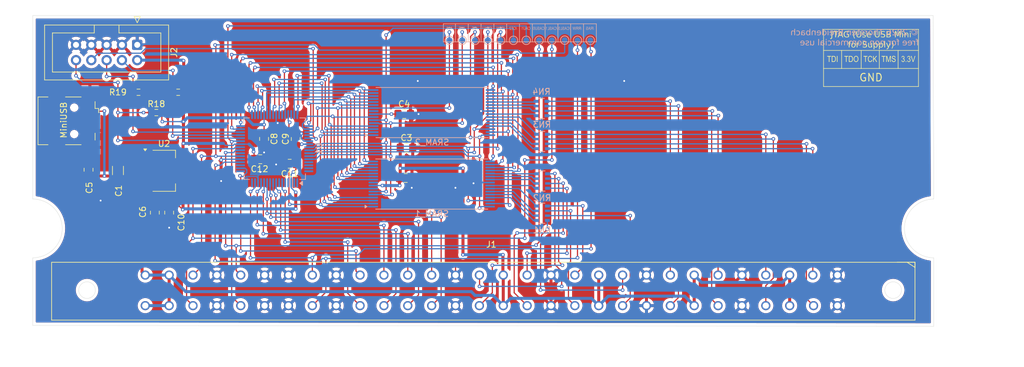
<source format=kicad_pcb>
(kicad_pcb (version 20241229) (generator "pcbnew") (generator_version "9.0")
  (layers (0 "F.Cu" signal) (2 "B.Cu" signal) (13 "F.Paste" user) (15 "B.Paste" user) (5 "F.SilkS" user "F.Silkscreen") (7 "B.SilkS" user "B.Silkscreen") (1 "F.Mask" user) (3 "B.Mask" user) (25 "Edge.Cuts" user))
  (net 0 "")
  (net 1 "+3.3V")
  (net 2 "D15")
  (net 3 "sram_a0")
  (net 4 "{slash}ce1_l")
  (net 5 "{slash}RAS")
  (net 6 "sram_a4")
  (net 7 "sram_a6")
  (net 8 "D1")
  (net 9 "sram_a15")
  (net 10 "sram_a3")
  (net 11 "{slash}we")
  (net 12 "D2")
  (net 13 "sram_a2")
  (net 14 "sram_a1")
  (net 15 "sram_a7")
  (net 16 "{slash}CASU0")
  (net 17 "D10")
  (net 18 "D13")
  (net 19 "{slash}oe")
  (net 20 "D0")
  (net 21 "sram_a10")
  (net 22 "sram_a16")
  (net 23 "sram_a13")
  (net 24 "sram_a14")
  (net 25 "sram_a9")
  (net 26 "sram_a8")
  (net 27 "sram_a11")
  (net 28 "ce2")
  (net 29 "D7")
  (net 30 "sram_a12")
  (net 31 "sram_a5")
  (net 32 "D6")
  (net 33 "DRA3")
  (net 34 "{slash}CASL0")
  (net 35 "DRA1")
  (net 36 "D11")
  (net 37 "DRA7")
  (net 38 "{slash}ce_1_u")
  (net 39 "D14")
  (net 40 "DRA2")
  (net 41 "D3")
  (net 42 "D9")
  (net 43 "DRA4")
  (net 44 "D12")
  (net 45 "DRA0")
  (net 46 "{slash}CASL1")
  (net 47 "{slash}RRW")
  (net 51 "TDI")
  (net 52 "D8")
  (net 53 "{slash}CASU1")
  (net 54 "D4")
  (net 63 "TCK")
  (net 64 "D5")
  (net 66 "DRA6")
  (net 67 "DRA5")
  (net 69 "TMS")
  (net 73 "GND")
  (net 74 "TDO")
  (net 75 "+5V")
  (net 78 "Net-(RN1-R4.1)")
  (net 79 "Net-(RN1-R1.1)")
  (net 80 "Net-(RN1-R3.1)")
  (net 81 "Net-(RN1-R2.1)")
  (net 82 "Net-(RN2-R3.1)")
  (net 83 "Net-(RN2-R4.1)")
  (net 84 "Net-(RN2-R1.1)")
  (net 85 "Net-(RN2-R2.1)")
  (net 86 "Net-(RN3-R3.2)")
  (net 87 "Net-(RN3-R2.2)")
  (net 88 "Net-(RN3-R1.2)")
  (net 89 "Net-(RN3-R4.2)")
  (net 90 "Net-(RN4-R2.2)")
  (net 91 "Net-(RN4-R4.2)")
  (net 92 "Net-(RN4-R3.2)")
  (net 93 "Net-(RN4-R1.2)")
  (footprint "Capacitor_SMD:C_0805_2012Metric_Pad1.18x1.45mm_HandSolder" (layer "F.Cu") (at 113.75 81.625 180)
    (property "Reference" "C11")
    (property "Value" "100nF")
  )
  (footprint "Capacitor_SMD:C_0805_2012Metric_Pad1.18x1.45mm_HandSolder" (layer "F.Cu") (at 80.375 82.625 90)
    (property "Reference" "C5")
    (property "Value" "100nF")
  )
  (footprint "Package_TO_SOT_SMD:SOT-223-3_TabPin2" (layer "F.Cu") (at 92.9 82.8)
    (property "Reference" "U2")
    (property "Value" "LD1117S33TR_SOT223")
  )
  (footprint "Connector_USB:USB_Mini-B_Wuerth_65100516121_Horizontal" (layer "F.Cu") (at 78 74.5 -90)
    (property "Reference" "MiniUSB" (hide yes))
    (property "Value" "USB_Mini-B_Wuerth" (hide yes))
  )
  (footprint "Capacitor_SMD:C_0805_2012Metric_Pad1.18x1.45mm_HandSolder" (layer "F.Cu") (at 132.75 73.375)
    (property "Reference" "C4")
    (property "Value" "C_Small")
  )
  (footprint "Capacitor_SMD:C_0805_2012Metric_Pad1.18x1.45mm_HandSolder" (layer "F.Cu") (at 133 84)
    (property "Reference" "C2" (hide yes))
    (property "Value" "100nF")
  )
  (footprint "Connector_IDC:IDC-Header_2x05_P2.54mm_Vertical" (layer "F.Cu") (at 88.455 61.875 -90)
    (property "Reference" "J2")
    (property "Value" "Conn_02x05_Odd_Even")
  )
  (footprint "Resistor_SMD:R_0603_1608Metric_Pad0.98x0.95mm_HandSolder" (layer "F.Cu") (at 88.6625 69.75)
    (property "Reference" "R19")
    (property "Value" "10K")
  )
  (footprint "Amiga_diverse_Library:Connector_horizontal_amiga1.04_GREEN" (layer "F.Cu") (at 147.205 105.205)
    (property "Reference" "J1")
    (property "Value" "Front_Connector")
  )
  (footprint "Capacitor_SMD:C_0805_2012Metric_Pad1.18x1.45mm_HandSolder" (layer "F.Cu") (at 108.875 80.875)
    (property "Reference" "C12")
    (property "Value" "100nF")
  )
  (footprint "Capacitor_SMD:C_0805_2012Metric_Pad1.18x1.45mm_HandSolder" (layer "F.Cu") (at 91.375 89.75 -90)
    (property "Reference" "C6")
    (property "Value" "100nF")
  )
  (footprint "Capacitor_SMD:C_0805_2012Metric_Pad1.18x1.45mm_HandSolder" (layer "F.Cu") (at 93.75 89.75 -90)
    (property "Reference" "C10")
    (property "Value" "10uF")
  )
  (footprint "Capacitor_SMD:C_0805_2012Metric_Pad1.18x1.45mm_HandSolder" (layer "F.Cu") (at 114.75 77.5125 90)
    (property "Reference" "C9")
    (property "Value" "100nF")
  )
  (footprint "Capacitor_SMD:C_0805_2012Metric_Pad1.18x1.45mm_HandSolder" (layer "F.Cu") (at 133.125 79)
    (property "Reference" "C3")
    (property "Value" "10uF")
  )
  (footprint "Resistor_SMD:R_0603_1608Metric_Pad0.98x0.95mm_HandSolder" (layer "F.Cu") (at 91.625 73.125)
    (property "Reference" "R18")
    (property "Value" "10K")
  )
  (footprint "Capacitor_SMD:C_1206_3216Metric_Pad1.33x1.80mm_HandSolder" (layer "F.Cu") (at 85.25 82.75 90)
    (property "Reference" "C1")
    (property "Value" "22uF")
  )
  (footprint "Capacitor_SMD:C_0805_2012Metric_Pad1.18x1.45mm_HandSolder" (layer "F.Cu") (at 109.5 77.5 -90)
    (property "Reference" "C8")
    (property "Value" "100nF")
  )
  (footprint "Resistor_SMD:R_0603_1608Metric_Pad0.98x0.95mm_HandSolder" (layer "F.Cu") (at 95.25 69.75)
    (property "Reference" "R17" (hide yes))
    (property "Value" "10k")
  )
  (footprint "TestPoint:TestPoint_Pad_D1.0mm" (layer "B.Cu") (at 157.25 61.125 90)
    (property "Reference" "casl1" (hide yes))
    (property "Value" "TestPoint_Pad_D1.0mm" (hide yes))
  )
  (footprint "TestPoint:TestPoint_Pad_D1.0mm" (layer "B.Cu") (at 140.25 61.125 180)
    (property "Reference" "sram_A16" (hide yes))
    (property "Value" "TestPoint_Pad_D1.0mm" (hide yes))
  )
  (footprint "TestPoint:TestPoint_Pad_D1.0mm" (layer "B.Cu") (at 159.375 61.092714 180)
    (property "Reference" "casl0" (hide yes))
    (property "Value" "TestPoint_Pad_D1.0mm" (hide yes))
  )
  (footprint "TestPoint:TestPoint_Pad_D1.0mm" (layer "B.Cu") (at 148.75 61.125 180)
    (property "Reference" "ce1_l" (hide yes))
    (property "Value" "TestPoint_Pad_D1.0mm" (hide yes))
  )
  (footprint "TestPoint:TestPoint_Pad_D1.0mm" (layer "B.Cu") (at 142.375 61.125 180)
    (property "Reference" "/we" (hide yes))
    (property "Value" "TestPoint_Pad_D1.0mm" (hide yes))
  )
  (footprint "Resistor_SMD:R_Array_Convex_4x0603" (layer "B.Cu") (at 155.625 84.5)
    (property "Reference" "RN2")
    (property "Value" "33r")
  )
  (footprint "Resistor_SMD:R_Array_Convex_4x0603" (layer "B.Cu") (at 155.6 89.85)
    (property "Reference" "RN1")
    (property "Value" "33r")
  )
  (footprint "Package_SO:TSOP-I-32_18.4x8mm_P0.5mm" (layer "B.Cu") (at 137.3125 85)
    (property "Reference" "SRAM_1")
    (property "Value" "CY7C109D")
  )
  (footprint "TestPoint:TestPoint_Pad_D1.0mm" (layer "B.Cu") (at 155.125 61.125 90)
    (property "Reference" "/casu_0" (hide yes))
    (property "Value" "TestPoint_Pad_D1.0mm" (hide yes))
  )
  (footprint "Resistor_SMD:R_Array_Convex_4x0603" (layer "B.Cu") (at 155.525 72.45 180)
    (property "Reference" "RN4")
    (property "Value" "33r")
  )
  (footprint "TestPoint:TestPoint_Pad_D1.0mm" (layer "B.Cu") (at 161.5 61.125 180)
    (property "Reference" "/rrw" (hide yes))
    (property "Value" "TestPoint_Pad_D1.0mm" (hide yes))
  )
  (footprint "Resistor_SMD:R_Array_Convex_4x0603" (layer "B.Cu") (at 155.6 77.925 180)
    (property "Reference" "RN3")
    (property "Value" "33r")
  )
  (footprint "TestPoint:TestPoint_Pad_D1.0mm" (layer "B.Cu") (at 144.5 61.125 180)
    (property "Reference" "/oe" (hide yes))
    (property "Value" "TestPoint_Pad_D1.0mm" (hide yes))
  )
  (footprint "Package_SO:TSOP-I-32_18.4x8mm_P0.5mm" (layer "B.Cu") (at 137.375 73.125)
    (property "Reference" "SRAM_2")
    (property "Value" "CY7C109D")
  )
  (footprint "TestPoint:TestPoint_Pad_D1.0mm" (layer "B.Cu") (at 150.875 61.125 90)
    (property "Reference" "ce2" (hide yes))
    (property "Value" "TestPoint_Pad_D1.0mm" (hide yes))
  )
  (footprint "TestPoint:TestPoint_Pad_D1.0mm" (layer "B.Cu") (at 153 61.125 180)
    (property "Reference" "/casu_1" (hide yes))
    (property "Value" "TestPoint_Pad_D1.0mm" (hide yes))
  )
  (footprint "TestPoint:TestPoint_Pad_D1.0mm" (layer "B.Cu") (at 163.625 61.125 180)
    (property "Reference" "/ras" (hide yes))
    (property "Value" "TestPoint_Pad_D1.0mm" (hide yes))
  )
  (footprint "TestPoint:TestPoint_Pad_D1.0mm" (layer "B.Cu") (at 146.625 61.125 180)
    (property "Reference" "/ce1_u" (hide yes))
    (property "Value" "TestPoint_Pad_D1.0mm" (hide yes))
  )
  (footprint "Package_QFP:TQFP-64_10x10mm_P0.5mm" (layer "B.Cu") (at 111.25 79.125 90)
    (property "Reference" "U1")
    (property "Value" "XC9572XL-xxVQx64")
  )
  (gr_arc (start 71.125 87.5) (mid 76 92.375) (end 71.125 97.25) (stroke (width 0.05)) (layer "Edge.Cuts"))
  (gr_circle (center 80.125 102.625) (end 81.5 102.625) (stroke (width 0.05)) (fill no) (layer "Edge.Cuts"))
  (gr_line (start 71.125 57) (end 220.5 57) (stroke (width 0.05)) (layer "Edge.Cuts"))
  (gr_line (start 220.625 97.25) (end 220.625 108.625) (stroke (width 0.05)) (layer "Edge.Cuts"))
  (gr_circle (center 213.875 102.625) (end 215.25 102.625) (stroke (width 0.05)) (fill no) (layer "Edge.Cuts"))
  (gr_arc (start 220.625 97.25) (mid 215.75 92.375) (end 220.625 87.5) (stroke (width 0.05)) (layer "Edge.Cuts"))
  (gr_line (start 71.125 87.5) (end 71.125 57) (stroke (width 0.05)) (layer "Edge.Cuts"))
  (gr_line (start 220.5 57) (end 220.625 87.5) (stroke (width 0.05)) (layer "Edge.Cuts"))
  (gr_line (start 71.125 108.5) (end 71.125 97.25) (stroke (width 0.05)) (layer "Edge.Cuts"))
  (gr_line (start 220.625 108.625) (end 71.125 108.5) (stroke (width 0.05)) (layer "Edge.Cuts"))
  (gr_text "© 2026 Thorsten Breidenbach\nfree for non commercial use" (at 218.125 62.125 0) (layer "B.SilkS") (effects (font (size 1 1) (thickness 0.1)) (justify left bottom mirror)))
  (table (column_count 12) (layer "B.SilkS") (border (external yes) (header yes) (stroke (width 0.1))) (separators (rows yes) (cols yes) (stroke (width 0.1))) (column_widths 2 2.125 2.125 2.125 2.125 2.125 2.125 2.125 2.125 2.125 2.125 2.125) (row_heights 3) (cells (table_cell "A16" (start 139.25 58.375) (end 141.25 61.375) (margins 1.0025 0.5 1.0025 1.0025) (span 1 1) (layer "B.SilkS") (effects (font (face "Arial Narrow") (size 0.5 0.5)) (justify top mirror))) (table_cell "/WE" (start 141.25 58.375) (end 143.375 61.375) (margins 1.0025 0.5 1.0025 1.0025) (span 1 1) (layer "B.SilkS") (effects (font (face "Arial Narrow") (size 0.5 0.5)) (justify top mirror))) (table_cell "/OE" (start 143.375 58.375) (end 145.5 61.375) (margins 1.0025 0.5 1.0025 1.0025) (span 1 1) (layer "B.SilkS") (effects (font (face "Arial Narrow") (size 0.5 0.5)) (justify top mirror))) (table_cell "/CE1U" (start 145.5 58.375) (end 147.625 61.375) (margins 1.0025 0.5 1.0025 1.0025) (span 1 1) (layer "B.SilkS") (effects (font (face "Arial Narrow") (size 0.5 0.5)) (justify top mirror))) (table_cell "/CE1L" (start 147.625 58.375) (end 149.75 61.375) (margins 1.0025 0.5 1.0025 1.0025) (span 1 1) (layer "B.SilkS") (effects (font (face "Arial Narrow") (size 0.5 0.5)) (justify top mirror))) (table_cell "/CE2" (start 149.75 58.375) (end 151.875 61.375) (margins 1.0025 0.5 1.0025 1.0025) (span 1 1) (layer "B.SilkS") (effects (font (face "Arial Narrow") (size 0.5 0.5)) (justify top mirror))) (table_cell "CAU1" (start 151.875 58.375) (end 154 61.375) (margins 1.0025 0.5 1.0025 1.0025) (span 1 1) (layer "B.SilkS") (effects (font (face "Arial Narrow") (size 0.5 0.5)) (justify top mirror))) (table_cell "CASU0" (start 154 58.375) (end 156.125 61.375) (margins 1.0025 0.5 1.0025 1.0025) (span 1 1) (layer "B.SilkS") (effects (font (face "Arial Narrow") (size 0.5 0.5)) (justify top mirror))) (table_cell "/CASL1" (start 156.125 58.375) (end 158.25 61.375) (margins 1.0025 0.5 1.0025 1.0025) (span 1 1) (layer "B.SilkS") (effects (font (face "Arial Narrow") (size 0.5 0.5)) (justify top mirror))) (table_cell "/CASL0" (start 158.25 58.375) (end 160.375 61.375) (margins 1.0025 0.5 1.0025 1.0025) (span 1 1) (layer "B.SilkS") (effects (font (face "Arial Narrow") (size 0.5 0.5)) (justify top mirror))) (table_cell "/RRW" (start 160.375 58.375) (end 162.5 61.375) (margins 1.0025 0.5 1.0025 1.0025) (span 1 1) (layer "B.SilkS") (effects (font (face "Arial Narrow") (size 0.5 0.5)) (justify top mirror))) (table_cell "/RAS" (start 162.5 58.375) (end 164.625 61.375) (margins 1.0025 0.5 1.0025 1.0025) (span 1 1) (layer "B.SilkS") (effects (font (face "Arial Narrow") (size 0.5 0.5)) (justify top mirror)))))
  (table (column_count 5) (layer "F.SilkS") (border (external yes) (header yes) (stroke (width 0.1))) (separators (rows yes) (cols yes) (stroke (width 0.1))) (column_widths 3 3.25 3 3.125 3.375) (row_heights 3.5 3 3) (cells (table_cell "JTAG (Use USB Mini for Supply)" (start 202.325 59.3) (end 218.075 62.8) (margins 1.0025 1.0025 1.0025 1.0025) (span 5 1) (layer "F.SilkS") (effects (font (face "Arial Narrow") (size 1 1)))) (table_cell "" (start 205.325 59.3) (end 208.575 62.8) (margins 1.0025 1.0025 1.0025 1.0025) (span 0 0) (layer "F.SilkS") (effects (font (size 1.27 1.27)))) (table_cell "" (start 208.575 59.3) (end 211.575 62.8) (margins 1.0025 1.0025 1.0025 1.0025) (span 0 0) (layer "F.SilkS") (effects (font (size 1.27 1.27)))) (table_cell "" (start 211.575 59.3) (end 214.7 62.8) (margins 1.0025 1.0025 1.0025 1.0025) (span 0 0) (layer "F.SilkS") (effects (font (size 1.27 1.27)))) (table_cell "" (start 214.7 59.3) (end 218.075 62.8) (margins 1.0025 1.0025 1.0025 1.0025) (span 0 0) (layer "F.SilkS") (effects (font (size 1.27 1.27)))) (table_cell "TDI" (start 202.325 62.8) (end 205.325 65.8) (margins 1.0025 1.0025 1.0025 1.0025) (span 1 1) (layer "F.SilkS") (effects (font (face "Arial Narrow") (size 1 1)))) (table_cell "TDO" (start 205.325 62.8) (end 208.575 65.8) (margins 1.0025 1.0025 1.0025 1.0025) (span 1 1) (layer "F.SilkS") (effects (font (face "Arial Narrow") (size 1 1)))) (table_cell "TCK" (start 208.575 62.8) (end 211.575 65.8) (margins 1.0025 1.0025 1.0025 1.0025) (span 1 1) (layer "F.SilkS") (effects (font (face "Arial Narrow") (size 1 1)))) (table_cell "TMS" (start 211.575 62.8) (end 214.7 65.8) (margins 1.0025 1.0025 1.0025 1.0025) (span 1 1) (layer "F.SilkS") (effects (font (face "Arial Narrow") (size 1 1)))) (table_cell "3.3V" (start 214.7 62.8) (end 218.075 65.8) (margins 1.0025 1.0025 1.0025 1.0025) (span 1 1) (layer "F.SilkS") (effects (font (face "Arial Narrow") (size 1 1)))) (table_cell "GND" (start 202.325 65.8) (end 218.075 68.8) (margins 1.0025 1.0025 1.0025 1.0025) (span 5 1) (layer "F.SilkS") (effects (font (size 1.27 1.27)))) (table_cell "" (start 205.325 65.8) (end 208.575 68.8) (margins 1.0025 1.0025 1.0025 1.0025) (span 0 0) (layer "F.SilkS") (effects (font (size 1.27 1.27)) (justify left))) (table_cell "" (start 208.575 65.8) (end 211.575 68.8) (margins 1.0025 1.0025 1.0025 1.0025) (span 0 0) (layer "F.SilkS") (effects (font (size 1.27 1.27)) (justify left))) (table_cell "" (start 211.575 65.8) (end 214.7 68.8) (margins 1.0025 1.0025 1.0025 1.0025) (span 0 0) (layer "F.SilkS") (effects (font (size 1.27 1.27)) (justify left))) (table_cell "" (start 214.7 65.8) (end 218.075 68.8) (margins 1.0025 1.0025 1.0025 1.0025) (span 0 0) (layer "F.SilkS") (effects (font (size 1.27 1.27)) (justify left)))))
  (segment (start 96.05 78.325) (end 96.125 78.25) (width 0.5) (layer "F.Cu") (net 1))
  (segment (start 107.8375 80.875) (end 107.8375 79.7125) (width 0.2) (layer "F.Cu") (net 1))
  (segment (start 114.7875 81.625) (end 114.7875 82.5875) (width 0.2) (layer "F.Cu") (net 1))
  (segment (start 114.75 78.375) (end 115.75 78.375) (width 0.2) (layer "F.Cu") (net 1))
  (segment (start 96.05 89.2) (end 96 89.25) (width 0.5) (layer "F.Cu") (net 1))
  (segment (start 93.75 88.7125) (end 95.4625 88.7125) (width 0.2) (layer "F.Cu") (net 1))
  (segment (start 114.7875 81.625) (end 114.7875 81.5875) (width 0.2) (layer "F.Cu") (net 1))
  (segment (start 95.4625 88.7125) (end 96 89.25) (width 0.2) (layer "F.Cu") (net 1))
  (segment (start 114.75 89.125) (end 114.75 86.375) (width 0.5) (layer "F.Cu") (net 1))
  (segment (start 96.1625 64.5375) (end 96.1625 69.75) (width 0.5) (layer "F.Cu") (net 1))
  (segment (start 114.7875 81.5875) (end 114.75 81.55) (width 0.2) (layer "F.Cu") (net 1))
  (segment (start 96.125 78.25) (end 96.125 74.625) (width 0.5) (layer "F.Cu") (net 1))
  (segment (start 114.7875 82.5875) (end 114.375 83) (width 0.2) (layer "F.Cu") (net 1))
  (segment (start 96.05 82.8) (end 96.05 78.325) (width 0.5) (layer "F.Cu") (net 1))
  (segment (start 107.8375 79.7125) (end 107.75 79.625) (width 0.2) (layer "F.Cu") (net 1))
  (segment (start 114.75 81.55) (end 114.75 78.375) (width 0.2) (layer "F.Cu") (net 1))
  (segment (start 92.5375 73.125) (end 92.5375 74.5375) (width 0.2) (layer "F.Cu") (net 1))
  (segment (start 96.125 74.625) (end 96.125 69.7875) (width 0.5) (layer "F.Cu") (net 1))
  (segment (start 96.05 82.8) (end 96.05 89.2) (width 0.5) (layer "F.Cu") (net 1))
  (segment (start 115.575 78.55) (end 115.75 78.375) (width 0.2) (layer "F.Cu") (net 1))
  (segment (start 89.75 82.8) (end 96.05 82.8) (width 0.2) (layer "F.Cu") (net 1))
  (segment (start 109.5 76.4625) (end 109.5 75.125) (width 0.2) (layer "F.Cu") (net 1))
  (segment (start 114.75 78.55) (end 115.575 78.55) (width 0.2) (layer "F.Cu") (net 1))
  (segment (start 92.5375 74.5375) (end 92.625 74.625) (width 0.2) (layer "F.Cu") (net 1))
  (segment (start 96.125 69.7875) (end 96.1625 69.75) (width 0.5) (layer "F.Cu") (net 1))
  (segment (start 96.125 64.5) (end 96.1625 64.5375) (width 0.5) (layer "F.Cu") (net 1))
  (segment (start 91.375 88.7125) (end 93.75 88.7125) (width 0.2) (layer "F.Cu") (net 1))
  (via blind (at 96 89.25) (size 0.6) (drill 0.3) (layers "F.Cu" "B.Cu") (net 1))
  (via blind (at 115.75 78.375) (size 0.6) (drill 0.3) (layers "F.Cu" "B.Cu") (net 1))
  (via blind (at 114.375 83) (size 0.6) (drill 0.3) (layers "F.Cu" "B.Cu") (net 1))
  (via blind (at 114.75 89.125) (size 0.6) (drill 0.3) (layers "F.Cu" "B.Cu") (net 1))
  (via blind (at 96.125 64.5) (size 0.6) (drill 0.3) (layers "F.Cu" "B.Cu") (net 1))
  (via blind (at 96.125 74.625) (size 0.6) (drill 0.3) (layers "F.Cu" "B.Cu") (net 1))
  (via blind (at 114.75 86.375) (size 0.6) (drill 0.3) (layers "F.Cu" "B.Cu") (net 1))
  (via blind (at 109.5 75.125) (size 0.6) (drill 0.3) (layers "F.Cu" "B.Cu") (net 1))
  (via blind (at 96.125 78.25) (size 0.6) (drill 0.3) (layers "F.Cu" "B.Cu") (net 1))
  (via blind (at 107.75 79.625) (size 0.6) (drill 0.3) (layers "F.Cu" "B.Cu") (net 1))
  (via blind (at 92.625 74.625) (size 0.6) (drill 0.3) (layers "F.Cu" "B.Cu") (net 1))
  (segment (start 104.373943 78.576) (end 103.076 78.576) (width 0.2) (layer "B.Cu") (net 1))
  (segment (start 107.679044 75.125) (end 109.5 75.125) (width 0.5) (layer "B.Cu") (net 1))
  (segment (start 114 83.375) (end 114 84.7875) (width 0.2) (layer "B.Cu") (net 1))
  (segment (start 96.751 73.999) (end 106.553044 73.999) (width 0.5) (layer "B.Cu") (net 1))
  (segment (start 96.04 64.415) (end 88.455 64.415) (width 0.5) (layer "B.Cu") (net 1))
  (segment (start 104.574943 78.375) (end 104.373943 78.576) (width 0.2) (layer "B.Cu") (net 1))
  (segment (start 96.125 89.125) (end 114.75 89.125) (width 0.5) (layer "B.Cu") (net 1))
  (segment (start 96.125 64.5) (end 96.04 64.415) (width 0.5) (layer "B.Cu") (net 1))
  (segment (start 116.9125 78.375) (end 115.75 78.375) (width 0.2) (layer "B.Cu") (net 1))
  (segment (start 109.5 73.4625) (end 109.5 75.125) (width 0.2) (layer "B.Cu") (net 1))
  (segment (start 103.076 78.576) (end 102.75 78.25) (width 0.2) (layer "B.Cu") (net 1))
  (segment (start 107 78.375) (end 107.75 79.125) (width 0.5) (layer "B.Cu") (net 1))
  (segment (start 96 89.25) (end 96.125 89.125) (width 0.5) (layer "B.Cu") (net 1))
  (segment (start 96.125 74.625) (end 96.751 73.999) (width 0.5) (layer "B.Cu") (net 1))
  (segment (start 114 84.7875) (end 114 85.625) (width 0.2) (layer "B.Cu") (net 1))
  (segment (start 96.125 78.25) (end 102.75 78.25) (width 0.5) (layer "B.Cu") (net 1))
  (segment (start 114.375 83) (end 114 83.375) (width 0.2) (layer "B.Cu") (net 1))
  (segment (start 106.553044 73.999) (end 107.679044 75.125) (width 0.5) (layer "B.Cu") (net 1))
  (segment (start 92.625 74.625) (end 96.125 74.625) (width 0.2) (layer "B.Cu") (net 1))
  (segment (start 107.75 79.125) (end 107.75 79.625) (width 0.5) (layer "B.Cu") (net 1))
  (segment (start 107 78.375) (end 105.5875 78.375) (width 0.2) (layer "B.Cu") (net 1))
  (segment (start 105.5875 78.375) (end 104.574943 78.375) (width 0.2) (layer "B.Cu") (net 1))
  (segment (start 114 85.625) (end 114.75 86.375) (width 0.2) (layer "B.Cu") (net 1))
  (segment (start 200.5 79.125) (end 200.545 79.17) (width 0.2) (layer "F.Cu") (net 2))
  (segment (start 200.545 79.17) (end 200.545 100.125) (width 0.2) (layer "F.Cu") (net 2))
  (via blind (at 200.5 79.125) (size 0.6) (drill 0.3) (layers "F.Cu" "B.Cu") (net 2))
  (segment (start 156.5 79.125) (end 200.5 79.125) (width 0.2) (layer "B.Cu") (net 2))
  (segment (start 151.625 82.625) (end 151.75 82.625) (width 0.2) (layer "F.Cu") (net 3))
  (segment (start 151.5 70.625) (end 151.625 70.75) (width 0.2) (layer "F.Cu") (net 3))
  (segment (start 151.625 70.75) (end 151.625 82.625) (width 0.2) (layer "F.Cu") (net 3))
  (segment (start 104.125 63.5) (end 104.125 75.625) (width 0.2) (layer "F.Cu") (net 3))
  (segment (start 151.5 70.625) (end 151.5 63.5) (width 0.2) (layer "F.Cu") (net 3))
  (segment (start 151.75 82.625) (end 151.8125 82.6875) (width 0.2) (layer "F.Cu") (net 3))
  (via blind (at 151.5 70.625) (size 0.6) (drill 0.3) (layers "F.Cu" "B.Cu") (net 3))
  (via blind (at 151.5 63.5) (size 0.6) (drill 0.3) (layers "F.Cu" "B.Cu") (net 3))
  (via blind (at 104.125 63.5) (size 0.6) (drill 0.3) (layers "F.Cu" "B.Cu") (net 3))
  (via blind (at 104.125 75.625) (size 0.6) (drill 0.3) (layers "F.Cu" "B.Cu") (net 3))
  (via blind (at 151.8125 82.6875) (size 0.6) (drill 0.3) (layers "F.Cu" "B.Cu") (net 3))
  (segment (start 105.5875 75.875) (end 104.375 75.875) (width 0.2) (layer "B.Cu") (net 3))
  (segment (start 151.5 63.5) (end 104.125 63.5) (width 0.2) (layer "B.Cu") (net 3))
  (segment (start 150.650057 82.75) (end 150.775057 82.875) (width 0.2) (layer "B.Cu") (net 3))
  (segment (start 147 82.75) (end 150.650057 82.75) (width 0.2) (layer "B.Cu") (net 3))
  (segment (start 151.25 70.875) (end 151.5 70.625) (width 0.2) (layer "B.Cu") (net 3))
  (segment (start 147.0625 70.875) (end 151.25 70.875) (width 0.2) (layer "B.Cu") (net 3))
  (segment (start 150.775057 82.875) (end 151.625 82.875) (width 0.2) (layer "B.Cu") (net 3))
  (segment (start 104.375 75.875) (end 104.125 75.625) (width 0.2) (layer "B.Cu") (net 3))
  (segment (start 151.625 82.875) (end 151.8125 82.6875) (width 0.2) (layer "B.Cu") (net 3))
  (segment (start 143.375 79.125) (end 143.375 87.75) (width 0.2) (layer "F.Cu") (net 4))
  (segment (start 148.25 60.25) (end 148.25 79.125) (width 0.2) (layer "F.Cu") (net 4))
  (segment (start 148.75 59.75) (end 148.25 60.25) (width 0.2) (layer "F.Cu") (net 4))
  (via blind (at 148.75 59.75) (size 0.6) (drill 0.3) (layers "F.Cu" "B.Cu") (net 4))
  (via blind (at 143.375 79.125) (size 0.6) (drill 0.3) (layers "F.Cu" "B.Cu") (net 4))
  (via blind (at 148.25 79.125) (size 0.6) (drill 0.3) (layers "F.Cu" "B.Cu") (net 4))
  (via blind (at 143.375 87.75) (size 0.6) (drill 0.3) (layers "F.Cu" "B.Cu") (net 4))
  (segment (start 116.9125 79.375) (end 117.750924 79.375) (width 0.2) (layer "B.Cu") (net 4))
  (segment (start 142.976 78.726) (end 143.375 79.125) (width 0.2) (layer "B.Cu") (net 4))
  (segment (start 148 78.875) (end 143.625 78.875) (width 0.2) (layer "B.Cu") (net 4))
  (segment (start 117.750924 79.375) (end 118.399924 78.726) (width 0.2) (layer "B.Cu") (net 4))
  (segment (start 143.625 78.875) (end 143.375 79.125) (width 0.2) (layer "B.Cu") (net 4))
  (segment (start 148.25 79.125) (end 148 78.875) (width 0.2) (layer "B.Cu") (net 4))
  (segment (start 143.375 87.75) (end 147 87.75) (width 0.2) (layer "B.Cu") (net 4))
  (segment (start 148.75 61.125) (end 148.75 59.75) (width 0.2) (layer "B.Cu") (net 4))
  (segment (start 118.399924 78.726) (end 142.976 78.726) (width 0.2) (layer "B.Cu") (net 4))
  (segment (start 107.25 86.25) (end 107.25 97.25) (width 0.2) (layer "F.Cu") (net 5))
  (segment (start 117.505 97.255) (end 117.505 100.125) (width 0.2) (layer "F.Cu") (net 5))
  (segment (start 163.75 95.75) (end 163.75 63) (width 0.2) (layer "F.Cu") (net 5))
  (segment (start 117.5 97.25) (end 117.505 97.255) (width 0.2) (layer "F.Cu") (net 5))
  (via blind (at 163.75 63) (size 0.6) (drill 0.3) (layers "F.Cu" "B.Cu") (net 5))
  (via blind (at 107.25 86.25) (size 0.6) (drill 0.3) (layers "F.Cu" "B.Cu") (net 5))
  (via blind (at 163.75 95.75) (size 0.6) (drill 0.3) (layers "F.Cu" "B.Cu") (net 5))
  (via blind (at 107.25 97.25) (size 0.6) (drill 0.3) (layers "F.Cu" "B.Cu") (net 5))
  (via blind (at 117.5 97.25) (size 0.6) (drill 0.3) (layers "F.Cu" "B.Cu") (net 5))
  (segment (start 126.125 95.75) (end 163.75 95.75) (width 0.2) (layer "B.Cu") (net 5))
  (segment (start 108 84.7875) (end 108 85.558824) (width 0.2) (layer "B.Cu") (net 5))
  (segment (start 125.101 96.774) (end 126.125 95.75) (width 0.2) (layer "B.Cu") (net 5))
  (segment (start 107.25 97.25) (end 117.5 97.25) (width 0.2) (layer "B.Cu") (net 5))
  (segment (start 163.625 61.125) (end 163.625 62.875) (width 0.2) (layer "B.Cu") (net 5))
  (segment (start 117.976 96.774) (end 125.101 96.774) (width 0.2) (layer "B.Cu") (net 5))
  (segment (start 107.308824 86.25) (end 107.25 86.25) (width 0.2) (layer "B.Cu") (net 5))
  (segment (start 117.5 97.25) (end 117.976 96.774) (width 0.2) (layer "B.Cu") (net 5))
  (segment (start 163.625 62.875) (end 163.75 63) (width 0.2) (layer "B.Cu") (net 5))
  (segment (start 108 85.558824) (end 107.308824 86.25) (width 0.2) (layer "B.Cu") (net 5))
  (segment (start 108.5 68.875) (end 108.375 68.75) (width 0.2) (layer "F.Cu") (net 6))
  (segment (start 126.125 81) (end 126.125 69.25) (width 0.2) (layer "F.Cu") (net 6))
  (segment (start 126.125 69.25) (end 126 69.125) (width 0.2) (layer "F.Cu") (net 6))
  (segment (start 108.5 71.625) (end 108.5 68.875) (width 0.2) (layer "F.Cu") (net 6))
  (via blind (at 108.5 71.625) (size 0.6) (drill 0.3) (layers "F.Cu" "B.Cu") (net 6))
  (via blind (at 108.375 68.75) (size 0.6) (drill 0.3) (layers "F.Cu" "B.Cu") (net 6))
  (via blind (at 126 69.125) (size 0.6) (drill 0.3) (layers "F.Cu" "B.Cu") (net 6))
  (via blind (at 126.125 81) (size 0.6) (drill 0.3) (layers "F.Cu" "B.Cu") (net 6))
  (segment (start 108.375 68.75) (end 108.5 68.875) (width 0.2) (layer "B.Cu") (net 6))
  (segment (start 127.6875 69.375) (end 126.25 69.375) (width 0.2) (layer "B.Cu") (net 6))
  (segment (start 126 69.125) (end 125.75 68.875) (width 0.2) (layer "B.Cu") (net 6))
  (segment (start 108.5 68.875) (end 125.75 68.875) (width 0.2) (layer "B.Cu") (net 6))
  (segment (start 126.25 69.375) (end 126 69.125) (width 0.2) (layer "B.Cu") (net 6))
  (segment (start 127.625 81.25) (end 126.375 81.25) (width 0.2) (layer "B.Cu") (net 6))
  (segment (start 126.375 81.25) (end 126.125 81) (width 0.2) (layer "B.Cu") (net 6))
  (segment (start 108.5 71.625) (end 108.5 73.4625) (width 0.2) (layer "B.Cu") (net 6))
  (segment (start 124.5 70.125) (end 124.5 82) (width 0.2) (layer "F.Cu") (net 7))
  (via blind (at 124.5 82) (size 0.6) (drill 0.3) (layers "F.Cu" "B.Cu") (net 7))
  (via blind (at 124.5 70.125) (size 0.6) (drill 0.3) (layers "F.Cu" "B.Cu") (net 7))
  (segment (start 109.923 72.614176) (end 109.951 72.642176) (width 0.2) (layer "B.Cu") (net 7))
  (segment (start 127.625 82.25) (end 124.75 82.25) (width 0.2) (layer "B.Cu") (net 7))
  (segment (start 124.5 70.125) (end 124.25 69.875) (width 0.2) (layer "B.Cu") (net 7))
  (segment (start 124.75 70.375) (end 127.6875 70.375) (width 0.2) (layer "B.Cu") (net 7))
  (segment (start 124.75 82.25) (end 124.5 82) (width 0.2) (layer "B.Cu") (net 7))
  (segment (start 124.5 70.125) (end 124.75 70.375) (width 0.2) (layer "B.Cu") (net 7))
  (segment (start 109.951 72.642176) (end 109.951 73.4135) (width 0.2) (layer "B.Cu") (net 7))
  (segment (start 124.25 69.875) (end 109.923 69.875) (width 0.2) (layer "B.Cu") (net 7))
  (segment (start 109.923 69.875) (end 109.923 72.614176) (width 0.2) (layer "B.Cu") (net 7))
  (segment (start 109.951 73.4135) (end 110 73.4625) (width 0.2) (layer "B.Cu") (net 7))
  (segment (start 158.375 97.875) (end 159 98.5) (width 0.2) (layer "F.Cu") (net 8))
  (segment (start 158.375 84.125) (end 158.375 97.875) (width 0.2) (layer "F.Cu") (net 8))
  (segment (start 147.375 98.5) (end 147.375 103.055) (width 0.2) (layer "F.Cu") (net 8))
  (segment (start 147.375 103.055) (end 145.225 105.205) (width 0.2) (layer "F.Cu") (net 8))
  (via blind (at 158.375 84.125) (size 0.6) (drill 0.3) (layers "F.Cu" "B.Cu") (net 8))
  (via blind (at 159 98.5) (size 0.6) (drill 0.3) (layers "F.Cu" "B.Cu") (net 8))
  (via blind (at 147.375 98.5) (size 0.6) (drill 0.3) (layers "F.Cu" "B.Cu") (net 8))
  (segment (start 159 98.5) (end 147.375 98.5) (width 0.2) (layer "B.Cu") (net 8))
  (segment (start 156.525 84.1) (end 158.35 84.1) (width 0.2) (layer "B.Cu") (net 8))
  (segment (start 158.35 84.1) (end 158.375 84.125) (width 0.2) (layer "B.Cu") (net 8))
  (segment (start 121.125 74) (end 120.875 73.75) (width 0.2) (layer "F.Cu") (net 9))
  (segment (start 121.125 85.375) (end 121.125 74) (width 0.2) (layer "F.Cu") (net 9))
  (segment (start 121.25 85.5) (end 121.125 85.375) (width 0.2) (layer "F.Cu") (net 9))
  (via blind (at 120.875 73.75) (size 0.6) (drill 0.3) (layers "F.Cu" "B.Cu") (net 9))
  (via blind (at 121.25 85.5) (size 0.6) (drill 0.3) (layers "F.Cu" "B.Cu") (net 9))
  (segment (start 121 73.875) (end 120.875 73.75) (width 0.2) (layer "B.Cu") (net 9))
  (segment (start 116.625 73.75) (end 116.625 74.25) (width 0.2) (layer "B.Cu") (net 9))
  (segment (start 116.625 73.75) (end 120.875 73.75) (width 0.2) (layer "B.Cu") (net 9))
  (segment (start 127.6875 73.875) (end 121 73.875) (width 0.2) (layer "B.Cu") (net 9))
  (segment (start 115.874 75.001) (end 115.874 75.607824) (width 0.2) (layer "B.Cu") (net 9))
  (segment (start 116.625 74.25) (end 115.874 75.001) (width 0.2) (layer "B.Cu") (net 9))
  (segment (start 121.5 85.75) (end 127.625 85.75) (width 0.2) (layer "B.Cu") (net 9))
  (segment (start 116.141176 75.875) (end 116.9125 75.875) (width 0.2) (layer "B.Cu") (net 9))
  (segment (start 115.874 75.607824) (end 116.141176 75.875) (width 0.2) (layer "B.Cu") (net 9))
  (segment (start 121.25 85.5) (end 121.5 85.75) (width 0.2) (layer "B.Cu") (net 9))
  (segment (start 147.5 68.75) (end 147.5 65.625) (width 0.2) (layer "F.Cu") (net 10))
  (segment (start 147.5 68.75) (end 147.5 80.375) (width 0.2) (layer "F.Cu") (net 10))
  (segment (start 107.75 72.125) (end 107.75 65.875) (width 0.2) (layer "F.Cu") (net 10))
  (segment (start 107.875 72.25) (end 107.75 72.125) (width 0.2) (layer "F.Cu") (net 10))
  (segment (start 107.75 65.875) (end 108 65.625) (width 0.2) (layer "F.Cu") (net 10))
  (via blind (at 107.875 72.25) (size 0.6) (drill 0.3) (layers "F.Cu" "B.Cu") (net 10))
  (via blind (at 147.5 80.375) (size 0.6) (drill 0.3) (layers "F.Cu" "B.Cu") (net 10))
  (via blind (at 147.5 65.625) (size 0.6) (drill 0.3) (layers "F.Cu" "B.Cu") (net 10))
  (via blind (at 147.5 68.75) (size 0.6) (drill 0.3) (layers "F.Cu" "B.Cu") (net 10))
  (via blind (at 108 65.625) (size 0.6) (drill 0.3) (layers "F.Cu" "B.Cu") (net 10))
  (segment (start 147.5 80.75) (end 147 81.25) (width 0.2) (layer "B.Cu") (net 10))
  (segment (start 147.5 68.9375) (end 147.5 68.75) (width 0.2) (layer "B.Cu") (net 10))
  (segment (start 147.5 65.625) (end 108 65.625) (width 0.2) (layer "B.Cu") (net 10))
  (segment (start 147.0625 69.375) (end 147.5 68.9375) (width 0.2) (layer "B.Cu") (net 10))
  (segment (start 107.951 72.642176) (end 107.875 72.566176) (width 0.2) (layer "B.Cu") (net 10))
  (segment (start 107.951 73.4135) (end 107.951 72.642176) (width 0.2) (layer "B.Cu") (net 10))
  (segment (start 107.875 72.566176) (end 107.875 72.25) (width 0.2) (layer "B.Cu") (net 10))
  (segment (start 108 73.4625) (end 107.951 73.4135) (width 0.2) (layer "B.Cu") (net 10))
  (segment (start 147.5 80.375) (end 147.5 80.75) (width 0.2) (layer "B.Cu") (net 10))
  (segment (start 130.75 86.75) (end 130.5 86.5) (width 0.2) (layer "F.Cu") (net 11))
  (segment (start 130.5 80.375) (end 130.5 74.875) (width 0.2) (layer "F.Cu") (net 11))
  (segment (start 142.375 59.75) (end 142.375 74.875) (width 0.2) (layer "F.Cu") (net 11))
  (segment (start 130.5 86.5) (end 130.5 80.375) (width 0.2) (layer "F.Cu") (net 11))
  (via blind (at 130.5 80.375) (size 0.6) (drill 0.3) (layers "F.Cu" "B.Cu") (net 11))
  (via blind (at 130.75 86.75) (size 0.6) (drill 0.3) (layers "F.Cu" "B.Cu") (net 11))
  (via blind (at 130.5 74.875) (size 0.6) (drill 0.3) (layers "F.Cu" "B.Cu") (net 11))
  (via blind (at 142.375 74.875) (size 0.6) (drill 0.3) (layers "F.Cu" "B.Cu") (net 11))
  (via blind (at 142.375 59.75) (size 0.6) (drill 0.3) (layers "F.Cu" "B.Cu") (net 11))
  (segment (start 128.609824 74.976) (end 128.508824 74.875) (width 0.2) (layer "B.Cu") (net 11))
  (segment (start 128.508824 74.875) (end 127.6875 74.875) (width 0.2) (layer "B.Cu") (net 11))
  (segment (start 130.25 80.125) (end 130.5 80.375) (width 0.2) (layer "B.Cu") (net 11))
  (segment (start 142.375 74.875) (end 130.5 74.875) (width 0.2) (layer "B.Cu") (net 11))
  (segment (start 142.375 61.125) (end 142.375 59.75) (width 0.2) (layer "B.Cu") (net 11))
  (segment (start 130.625 86.875) (end 130.75 86.75) (width 0.2) (layer "B.Cu") (net 11))
  (segment (start 129.400057 86.75) (end 129.525057 86.875) (width 0.2) (layer "B.Cu") (net 11))
  (segment (start 130.5 74.875) (end 130.399 74.976) (width 0.2) (layer "B.Cu") (net 11))
  (segment (start 129.525057 86.875) (end 130.625 86.875) (width 0.2) (layer "B.Cu") (net 11))
  (segment (start 127.625 86.75) (end 129.400057 86.75) (width 0.2) (layer "B.Cu") (net 11))
  (segment (start 118.875 80.125) (end 130.25 80.125) (width 0.2) (layer "B.Cu") (net 11))
  (segment (start 116.9125 80.875) (end 118.125 80.875) (width 0.2) (layer "B.Cu") (net 11))
  (segment (start 118.125 80.875) (end 118.875 80.125) (width 0.2) (layer "B.Cu") (net 11))
  (segment (start 130.399 74.976) (end 128.609824 74.976) (width 0.2) (layer "B.Cu") (net 11))
  (segment (start 159.125 93.15) (end 159.125 84.875) (width 0.2) (layer "F.Cu") (net 12))
  (segment (start 151 93.625) (end 151 103.06) (width 0.2) (layer "F.Cu") (net 12))
  (segment (start 151.5 93.125) (end 151 93.625) (width 0.2) (layer "F.Cu") (net 12))
  (segment (start 151 103.06) (end 153.145 105.205) (width 0.2) (layer "F.Cu") (net 12))
  (via blind (at 159.125 84.875) (size 0.6) (drill 0.3) (layers "F.Cu" "B.Cu") (net 12))
  (via blind (at 151.5 93.125) (size 0.6) (drill 0.3) (layers "F.Cu" "B.Cu") (net 12))
  (via blind (at 159.125 93.15) (size 0.6) (drill 0.3) (layers "F.Cu" "B.Cu") (net 12))
  (segment (start 159 93.125) (end 159.025 93.15) (width 0.2) (layer "B.Cu") (net 12))
  (segment (start 151.5 93.125) (end 159 93.125) (width 0.2) (layer "B.Cu") (net 12))
  (segment (start 156.525 84.9) (end 159.1 84.9) (width 0.2) (layer "B.Cu") (net 12))
  (segment (start 159.025 93.15) (end 159.125 93.15) (width 0.2) (layer "B.Cu") (net 12))
  (segment (start 149.125 81) (end 149 81.125) (width 0.2) (layer "F.Cu") (net 13))
  (segment (start 107 65.125) (end 107.25 64.875) (width 0.2) (layer "F.Cu") (net 13))
  (segment (start 107 72.25) (end 107 65.125) (width 0.2) (layer "F.Cu") (net 13))
  (segment (start 148.875 64.875) (end 148.875 69.375) (width 0.2) (layer "F.Cu") (net 13))
  (segment (start 149.125 69.625) (end 149.125 81) (width 0.2) (layer "F.Cu") (net 13))
  (segment (start 148.875 69.375) (end 149.125 69.625) (width 0.2) (layer "F.Cu") (net 13))
  (via blind (at 107 72.25) (size 0.6) (drill 0.3) (layers "F.Cu" "B.Cu") (net 13))
  (via blind (at 107.25 64.875) (size 0.6) (drill 0.3) (layers "F.Cu" "B.Cu") (net 13))
  (via blind (at 149 81.125) (size 0.6) (drill 0.3) (layers "F.Cu" "B.Cu") (net 13))
  (via blind (at 149.125 69.625) (size 0.6) (drill 0.3) (layers "F.Cu" "B.Cu") (net 13))
  (via blind (at 148.875 64.875) (size 0.6) (drill 0.3) (layers "F.Cu" "B.Cu") (net 13))
  (segment (start 147 81.75) (end 148.375 81.75) (width 0.2) (layer "B.Cu") (net 13))
  (segment (start 148.375 81.75) (end 149 81.125) (width 0.2) (layer "B.Cu") (net 13))
  (segment (start 107 72.9625) (end 107 72.25) (width 0.2) (layer "B.Cu") (net 13))
  (segment (start 148.875 64.875) (end 107.25 64.875) (width 0.2) (layer "B.Cu") (net 13))
  (segment (start 148.875 69.875) (end 149.125 69.625) (width 0.2) (layer "B.Cu") (net 13))
  (segment (start 147.0625 69.875) (end 148.875 69.875) (width 0.2) (layer "B.Cu") (net 13))
  (segment (start 107.5 73.4625) (end 107 72.9625) (width 0.2) (layer "B.Cu") (net 13))
  (segment (start 150.75 70.125) (end 150.75 64.25) (width 0.2) (layer "F.Cu") (net 14))
  (segment (start 105.625 64.5) (end 105.625 74.75) (width 0.2) (layer "F.Cu") (net 14))
  (segment (start 106 64.125) (end 105.625 64.5) (width 0.2) (layer "F.Cu") (net 14))
  (segment (start 150.75 64.25) (end 150.875 64.125) (width 0.2) (layer "F.Cu") (net 14))
  (segment (start 150.75 82) (end 151 82.25) (width 0.2) (layer "F.Cu") (net 14))
  (segment (start 150.75 70.125) (end 150.75 82) (width 0.2) (layer "F.Cu") (net 14))
  (via blind (at 150.875 64.125) (size 0.6) (drill 0.3) (layers "F.Cu" "B.Cu") (net 14))
  (via blind (at 151 82.25) (size 0.6) (drill 0.3) (layers "F.Cu" "B.Cu") (net 14))
  (via blind (at 105.625 74.75) (size 0.6) (drill 0.3) (layers "F.Cu" "B.Cu") (net 14))
  (via blind (at 106 64.125) (size 0.6) (drill 0.3) (layers "F.Cu" "B.Cu") (net 14))
  (via blind (at 150.75 70.125) (size 0.6) (drill 0.3) (layers "F.Cu" "B.Cu") (net 14))
  (segment (start 105.5875 74.7875) (end 105.625 74.75) (width 0.2) (layer "B.Cu") (net 14))
  (segment (start 147.0625 70.375) (end 150.5 70.375) (width 0.2) (layer "B.Cu") (net 14))
  (segment (start 150.5 70.375) (end 150.75 70.125) (width 0.2) (layer "B.Cu") (net 14))
  (segment (start 147 82.25) (end 151 82.25) (width 0.2) (layer "B.Cu") (net 14))
  (segment (start 105.5875 75.375) (end 105.5875 74.7875) (width 0.2) (layer "B.Cu") (net 14))
  (segment (start 150.875 64.125) (end 106 64.125) (width 0.2) (layer "B.Cu") (net 14))
  (segment (start 123.875 70.875) (end 123.5 70.5) (width 0.2) (layer "F.Cu") (net 15))
  (segment (start 123.934313 82.565687) (end 123.875 82.506374) (width 0.2) (layer "F.Cu") (net 15))
  (segment (start 123.875 82.506374) (end 123.875 70.875) (width 0.2) (layer "F.Cu") (net 15))
  (via blind (at 123.934313 82.565687) (size 0.6) (drill 0.3) (layers "F.Cu" "B.Cu") (net 15))
  (via blind (at 123.5 70.5) (size 0.6) (drill 0.3) (layers "F.Cu" "B.Cu") (net 15))
  (segment (start 123.5 70.5) (end 123.476 70.524) (width 0.2) (layer "B.Cu") (net 15))
  (segment (start 110.524 70.524) (end 110.5 70.548) (width 0.2) (layer "B.Cu") (net 15))
  (segment (start 123.934313 82.565687) (end 124.118626 82.75) (width 0.2) (layer "B.Cu") (net 15))
  (segment (start 127.6875 70.875) (end 123.875 70.875) (width 0.2) (layer "B.Cu") (net 15))
  (segment (start 110.5 70.548) (end 110.5 73.4625) (width 0.2) (layer "B.Cu") (net 15))
  (segment (start 124.118626 82.75) (end 127.625 82.75) (width 0.2) (layer "B.Cu") (net 15))
  (segment (start 123.875 70.875) (end 123.5 70.5) (width 0.2) (layer "B.Cu") (net 15))
  (segment (start 110.524 70.524) (end 123.476 70.524) (width 0.2) (layer "B.Cu") (net 15))
  (segment (start 155.125 94.65) (end 154.625 95.15) (width 0.2) (layer "F.Cu") (net 16))
  (segment (start 103.125 79.775) (end 103.125 95.25) (width 0.2) (layer "F.Cu") (net 16))
  (segment (start 104.875 95.25) (end 104.875 99.375) (width 0.2) (layer "F.Cu") (net 16))
  (segment (start 155.125 62.625) (end 155.125 94.65) (width 0.2) (layer "F.Cu") (net 16))
  (segment (start 104.875 99.375) (end 105.625 100.125) (width 0.2) (layer "F.Cu") (net 16))
  (via blind (at 103.125 95.25) (size 0.6) (drill 0.3) (layers "F.Cu" "B.Cu") (net 16))
  (via blind (at 104.875 95.25) (size 0.6) (drill 0.3) (layers "F.Cu" "B.Cu") (net 16))
  (via blind (at 154.625 95.15) (size 0.6) (drill 0.3) (layers "F.Cu" "B.Cu") (net 16))
  (via blind (at 155.125 62.625) (size 0.6) (drill 0.3) (layers "F.Cu" "B.Cu") (net 16))
  (via blind (at 103.125 79.775) (size 0.6) (drill 0.3) (layers "F.Cu" "B.Cu") (net 16))
  (segment (start 104.875 95.25) (end 103.125 95.25) (width 0.2) (layer "B.Cu") (net 16))
  (segment (start 155.125 61.125) (end 155.125 62.625) (width 0.2) (layer "B.Cu") (net 16))
  (segment (start 154.525 95.25) (end 104.875 95.25) (width 0.2) (layer "B.Cu") (net 16))
  (segment (start 104.475 79.775) (end 104.5 79.75) (width 0.2) (layer "B.Cu") (net 16))
  (segment (start 154.625 95.15) (end 154.525 95.25) (width 0.2) (layer "B.Cu") (net 16))
  (segment (start 103.125 79.775) (end 104.475 79.775) (width 0.2) (layer "B.Cu") (net 16))
  (segment (start 104.5 79.75) (end 104.5 79.691176) (width 0.2) (layer "B.Cu") (net 16))
  (segment (start 104.5 79.691176) (end 104.816176 79.375) (width 0.2) (layer "B.Cu") (net 16))
  (segment (start 104.816176 79.375) (end 105.5875 79.375) (width 0.2) (layer "B.Cu") (net 16))
  (segment (start 183.875 72.85) (end 183.762 72.963) (width 0.2) (layer "F.Cu") (net 17))
  (segment (start 183.762 104.142) (end 184.825 105.205) (width 0.2) (layer "F.Cu") (net 17))
  (segment (start 183.762 72.963) (end 183.762 104.142) (width 0.2) (layer "F.Cu") (net 17))
  (via blind (at 183.875 72.85) (size 0.6) (drill 0.3) (layers "F.Cu" "B.Cu") (net 17))
  (segment (start 156.425 72.85) (end 183.875 72.85) (width 0.2) (layer "B.Cu") (net 17))
  (segment (start 192.745 101.88) (end 192.745 105.205) (width 0.2) (layer "F.Cu") (net 18))
  (segment (start 194 100.625) (end 192.745 101.88) (width 0.2) (layer "F.Cu") (net 18))
  (segment (start 194 77.5) (end 194 100.625) (width 0.2) (layer "F.Cu") (net 18))
  (via blind (at 194 77.5) (size 0.6) (drill 0.3) (layers "F.Cu" "B.Cu") (net 18))
  (segment (start 156.5 77.525) (end 193.975 77.525) (width 0.2) (layer "B.Cu") (net 18))
  (segment (start 193.975 77.525) (end 194 77.5) (width 0.2) (layer "B.Cu") (net 18))
  (segment (start 144.5 59.75) (end 143.75 60.5) (width 0.2) (layer "F.Cu") (net 19))
  (segment (start 145.25 80.375) (end 145.25 77.25) (width 0.2) (layer "F.Cu") (net 19))
  (segment (start 143.75 60.5) (end 143.75 77.25) (width 0.2) (layer "F.Cu") (net 19))
  (segment (start 145.25 89) (end 145.25 80.375) (width 0.2) (layer "F.Cu") (net 19))
  (via blind (at 145.25 77.25) (size 0.6) (drill 0.3) (layers "F.Cu" "B.Cu") (net 19))
  (via blind (at 144.5 59.75) (size 0.6) (drill 0.3) (layers "F.Cu" "B.Cu") (net 19))
  (via blind (at 145.25 89) (size 0.6) (drill 0.3) (layers "F.Cu" "B.Cu") (net 19))
  (via blind (at 145.25 80.375) (size 0.6) (drill 0.3) (layers "F.Cu" "B.Cu") (net 19))
  (via blind (at 143.75 77.25) (size 0.6) (drill 0.3) (layers "F.Cu" "B.Cu") (net 19))
  (segment (start 143.207957 80.375) (end 145.25 80.375) (width 0.2) (layer "B.Cu") (net 19))
  (segment (start 144.5 61.125) (end 144.5 59.75) (width 0.2) (layer "B.Cu") (net 19))
  (segment (start 147.0625 76.875) (end 145.625 76.875) (width 0.2) (layer "B.Cu") (net 19))
  (segment (start 142.483957 79.651) (end 143.207957 80.375) (width 0.2) (layer "B.Cu") (net 19))
  (segment (start 145.5 88.75) (end 147 88.75) (width 0.2) (layer "B.Cu") (net 19))
  (segment (start 145.25 89) (end 145.5 88.75) (width 0.2) (layer "B.Cu") (net 19))
  (segment (start 116.9125 80.375) (end 117.885124 80.375) (width 0.2) (layer "B.Cu") (net 19))
  (segment (start 118.609124 79.651) (end 142.483957 79.651) (width 0.2) (layer "B.Cu") (net 19))
  (segment (start 117.885124 80.375) (end 118.609124 79.651) (width 0.2) (layer "B.Cu") (net 19))
  (segment (start 143.75 77.25) (end 145.25 77.25) (width 0.2) (layer "B.Cu") (net 19))
  (segment (start 145.625 76.875) (end 145.25 77.25) (width 0.2) (layer "B.Cu") (net 19))
  (segment (start 157.75 98.375) (end 157.75 83.25) (width 0.2) (layer "F.Cu") (net 20))
  (segment (start 158.875 99.5) (end 157.75 98.375) (width 0.2) (layer "F.Cu") (net 20))
  (segment (start 145.25 100.15) (end 145.225 100.125) (width 0.2) (layer "F.Cu") (net 20))
  (segment (start 145.25 102) (end 145.25 100.15) (width 0.2) (layer "F.Cu") (net 20))
  (segment (start 158.875 102) (end 158.875 99.5) (width 0.2) (layer "F.Cu") (net 20))
  (via blind (at 157.75 83.25) (size 0.6) (drill 0.3) (layers "F.Cu" "B.Cu") (net 20))
  (via blind (at 158.875 102) (size 0.6) (drill 0.3) (layers "F.Cu" "B.Cu") (net 20))
  (via blind (at 145.25 102) (size 0.6) (drill 0.3) (layers "F.Cu" "B.Cu") (net 20))
  (segment (start 145.25 102) (end 158.875 102) (width 0.2) (layer "B.Cu") (net 20))
  (segment (start 157.7 83.3) (end 157.75 83.25) (width 0.2) (layer "B.Cu") (net 20))
  (segment (start 156.525 83.3) (end 157.7 83.3) (width 0.2) (layer "B.Cu") (net 20))
  (segment (start 150 88.25) (end 150.25 88.5) (width 0.2) (layer "F.Cu") (net 21))
  (segment (start 112.875 71.625) (end 112.875 66.25) (width 0.2) (layer "F.Cu") (net 21))
  (segment (start 150 66.25) (end 150 76.25) (width 0.2) (layer "F.Cu") (net 21))
  (segment (start 150 76.25) (end 150 88.25) (width 0.2) (layer "F.Cu") (net 21))
  (via blind (at 150.25 88.5) (size 0.6) (drill 0.3) (layers "F.Cu" "B.Cu") (net 21))
  (via blind (at 112.875 66.25) (size 0.6) (drill 0.3) (layers "F.Cu" "B.Cu") (net 21))
  (via blind (at 150 66.25) (size 0.6) (drill 0.3) (layers "F.Cu" "B.Cu") (net 21))
  (via blind (at 150 76.25) (size 0.6) (drill 0.3) (layers "F.Cu" "B.Cu") (net 21))
  (via blind (at 112.875 71.625) (size 0.6) (drill 0.3) (layers "F.Cu" "B.Cu") (net 21))
  (segment (start 150 88.25) (end 150.25 88.5) (width 0.2) (layer "B.Cu") (net 21))
  (segment (start 149.875 76.375) (end 150 76.25) (width 0.2) (layer "B.Cu") (net 21))
  (segment (start 113 73.4625) (end 113 71.875) (width 0.2) (layer "B.Cu") (net 21))
  (segment (start 147.0625 76.375) (end 149.875 76.375) (width 0.2) (layer "B.Cu") (net 21))
  (segment (start 112.875 66.25) (end 150 66.25) (width 0.2) (layer "B.Cu") (net 21))
  (segment (start 113 71.875) (end 112.875 71.75) (width 0.2) (layer "B.Cu") (net 21))
  (segment (start 112.875 71.75) (end 112.875 71.625) (width 0.2) (layer "B.Cu") (net 21))
  (segment (start 147 88.25) (end 150 88.25) (width 0.2) (layer "B.Cu") (net 21))
  (segment (start 140.25 59.75) (end 140.25 72.375) (width 0.2) (layer "F.Cu") (net 22))
  (segment (start 118.375 75.75) (end 118.375 72.375) (width 0.2) (layer "F.Cu") (net 22))
  (segment (start 121.75 72.375) (end 121.75 84) (width 0.2) (layer "F.Cu") (net 22))
  (via blind (at 121.75 84) (size 0.6) (drill 0.3) (layers "F.Cu" "B.Cu") (net 22))
  (via blind (at 118.375 72.375) (size 0.6) (drill 0.3) (layers "F.Cu" "B.Cu") (net 22))
  (via blind (at 121.75 72.375) (size 0.6) (drill 0.3) (layers "F.Cu" "B.Cu") (net 22))
  (via blind (at 140.25 59.75) (size 0.6) (drill 0.3) (layers "F.Cu" "B.Cu") (net 22))
  (via blind (at 140.25 72.375) (size 0.6) (drill 0.3) (layers "F.Cu" "B.Cu") (net 22))
  (via blind (at 118.375 75.75) (size 0.6) (drill 0.3) (layers "F.Cu" "B.Cu") (net 22))
  (segment (start 116.9125 76.375) (end 117.75 76.375) (width 0.2) (layer "B.Cu") (net 22))
  (segment (start 122 84.25) (end 121.75 84) (width 0.2) (layer "B.Cu") (net 22))
  (segment (start 140.25 61.125) (end 140.25 59.75) (width 0.2) (layer "B.Cu") (net 22))
  (segment (start 127.625 84.25) (end 122 84.25) (width 0.2) (layer "B.Cu") (net 22))
  (segment (start 118.375 72.375) (end 121.75 72.375) (width 0.2) (layer "B.Cu") (net 22))
  (segment (start 121.75 72.375) (end 127.6875 72.375) (width 0.2) (layer "B.Cu") (net 22))
  (segment (start 140.25 72.375) (end 127.6875 72.375) (width 0.2) (layer "B.Cu") (net 22))
  (segment (start 117.75 76.375) (end 118.375 75.75) (width 0.2) (layer "B.Cu") (net 22))
  (segment (start 121.25 87.15) (end 120.625 86.525) (width 0.2) (layer "F.Cu") (net 23))
  (segment (start 120.25 67) (end 120.25 75) (width 0.2) (layer "F.Cu") (net 23))
  (segment (start 120.25 75) (end 120.375 75.125) (width 0.2) (layer "F.Cu") (net 23))
  (segment (start 120.625 75.25) (end 120.5 75.125) (width 0.2) (layer "F.Cu") (net 23))
  (segment (start 120.5 75.125) (end 120.375 75.125) (width 0.2) (layer "F.Cu") (net 23))
  (segment (start 115 67) (end 115.125 67.125) (width 0.2) (layer "F.Cu") (net 23))
  (segment (start 115.125 67.125) (end 115.125 72.125) (width 0.2) (layer "F.Cu") (net 23))
  (segment (start 120.625 86.525) (end 120.625 75.25) (width 0.2) (layer "F.Cu") (net 23))
  (via blind (at 121.25 87.15) (size 0.6) (drill 0.3) (layers "F.Cu" "B.Cu") (net 23))
  (via blind (at 115 67) (size 0.6) (drill 0.3) (layers "F.Cu" "B.Cu") (net 23))
  (via blind (at 120.25 67) (size 0.6) (drill 0.3) (layers "F.Cu" "B.Cu") (net 23))
  (via blind (at 115.125 72.125) (size 0.6) (drill 0.3) (layers "F.Cu" "B.Cu") (net 23))
  (via blind (at 120.375 75.125) (size 0.6) (drill 0.3) (layers "F.Cu" "B.Cu") (net 23))
  (segment (start 121.25 87.15) (end 121.35 87.25) (width 0.2) (layer "B.Cu") (net 23))
  (segment (start 120.5 75.125) (end 120.75 75.375) (width 0.2) (layer "B.Cu") (net 23))
  (segment (start 115.125 73.3375) (end 115 73.4625) (width 0.2) (layer "B.Cu") (net 23))
  (segment (start 120.75 75.375) (end 127.6875 75.375) (width 0.2) (layer "B.Cu") (net 23))
  (segment (start 121.35 87.25) (end 127.625 87.25) (width 0.2) (layer "B.Cu") (net 23))
  (segment (start 120.375 75.125) (end 120.5 75.125) (width 0.2) (layer "B.Cu") (net 23))
  (segment (start 115 67) (end 120.25 67) (width 0.2) (layer "B.Cu") (net 23))
  (segment (start 115.125 72.125) (end 115.125 73.3375) (width 0.2) (layer "B.Cu") (net 23))
  (segment (start 122.375 83.5) (end 122.375 71.875) (width 0.2) (layer "F.Cu") (net 24))
  (segment (start 117.1 71.6) (end 117.25 71.75) (width 0.2) (layer "F.Cu") (net 24))
  (segment (start 116.875 71.6) (end 117.1 71.6) (width 0.2) (layer "F.Cu") (net 24))
  (segment (start 117.25 74.47353) (end 116.924265 74.799265) (width 0.2) (layer "F.Cu") (net 24))
  (segment (start 122.375 71.875) (end 122.125 71.625) (width 0.2) (layer "F.Cu") (net 24))
  (segment (start 117.25 71.75) (end 117.25 74.47353) (width 0.2) (layer "F.Cu") (net 24))
  (via blind (at 122.375 83.5) (size 0.6) (drill 0.3) (layers "F.Cu" "B.Cu") (net 24))
  (via blind (at 116.924265 74.799265) (size 0.6) (drill 0.3) (layers "F.Cu" "B.Cu") (net 24))
  (via blind (at 116.875 71.6) (size 0.6) (drill 0.3) (layers "F.Cu" "B.Cu") (net 24))
  (via blind (at 122.125 71.625) (size 0.6) (drill 0.3) (layers "F.Cu" "B.Cu") (net 24))
  (segment (start 127.6875 71.875) (end 122.375 71.875) (width 0.2) (layer "B.Cu") (net 24))
  (segment (start 116.924265 74.799265) (end 116.924265 75.363235) (width 0.2) (layer "B.Cu") (net 24))
  (segment (start 122.1 71.6) (end 122.125 71.625) (width 0.2) (layer "B.Cu") (net 24))
  (segment (start 122.375 71.875) (end 122.125 71.625) (width 0.2) (layer "B.Cu") (net 24))
  (segment (start 127.625 83.75) (end 122.625 83.75) (width 0.2) (layer "B.Cu") (net 24))
  (segment (start 116.924265 75.363235) (end 116.9125 75.375) (width 0.2) (layer "B.Cu") (net 24))
  (segment (start 122.625 83.75) (end 122.375 83.5) (width 0.2) (layer "B.Cu") (net 24))
  (segment (start 116.875 71.6) (end 122.1 71.6) (width 0.2) (layer "B.Cu") (net 24))
  (segment (start 119.05 68.475) (end 119.125 68.55) (width 0.2) (layer "F.Cu") (net 25))
  (segment (start 119.5 76.65) (end 119.125 76.275) (width 0.2) (layer "F.Cu") (net 25))
  (segment (start 112 68.25) (end 112 71.875) (width 0.2) (layer "F.Cu") (net 25))
  (segment (start 112 71.875) (end 112.25 72.125) (width 0.2) (layer "F.Cu") (net 25))
  (segment (start 119.5 87.875) (end 119.5 76.65) (width 0.2) (layer "F.Cu") (net 25))
  (segment (start 119.125 68.55) (end 119.125 76.275) (width 0.2) (layer "F.Cu") (net 25))
  (segment (start 119.05 68.25) (end 119.05 68.475) (width 0.2) (layer "F.Cu") (net 25))
  (via blind (at 119.125 76.275) (size 0.6) (drill 0.3) (layers "F.Cu" "B.Cu") (net 25))
  (via blind (at 112.25 72.125) (size 0.6) (drill 0.3) (layers "F.Cu" "B.Cu") (net 25))
  (via blind (at 119.5 87.875) (size 0.6) (drill 0.3) (layers "F.Cu" "B.Cu") (net 25))
  (via blind (at 119.05 68.25) (size 0.6) (drill 0.3) (layers "F.Cu" "B.Cu") (net 25))
  (via blind (at 112 68.25) (size 0.6) (drill 0.3) (layers "F.Cu" "B.Cu") (net 25))
  (segment (start 119.125 76.275) (end 119.225 76.375) (width 0.2) (layer "B.Cu") (net 25))
  (segment (start 112 68.25) (end 119.05 68.25) (width 0.2) (layer "B.Cu") (net 25))
  (segment (start 119.225 76.375) (end 127.6875 76.375) (width 0.2) (layer "B.Cu") (net 25))
  (segment (start 119.5 87.875) (end 119.875 88.25) (width 0.2) (layer "B.Cu") (net 25))
  (segment (start 112 72.375) (end 112 73.4625) (width 0.2) (layer "B.Cu") (net 25))
  (segment (start 112.25 72.125) (end 112 72.375) (width 0.2) (layer "B.Cu") (net 25))
  (segment (start 119.875 88.25) (end 127.625 88.25) (width 0.2) (layer "B.Cu") (net 25))
  (segment (start 119.65 75.65) (end 119.75 75.75) (width 0.2) (layer "F.Cu") (net 26))
  (segment (start 119.984998 87.09) (end 119.984998 75.984998) (width 0.2) (layer "F.Cu") (net 26))
  (segment (start 111.25 72.125) (end 111.25 67.75) (width 0.2) (layer "F.Cu") (net 26))
  (segment (start 119.65 67.625) (end 119.65 75.65) (width 0.2) (layer "F.Cu") (net 26))
  (segment (start 119.984998 75.984998) (end 119.75 75.75) (width 0.2) (layer "F.Cu") (net 26))
  (segment (start 111.25 67.75) (end 111.125 67.625) (width 0.2) (layer "F.Cu") (net 26))
  (segment (start 120.375 87.480002) (end 119.984998 87.09) (width 0.2) (layer "F.Cu") (net 26))
  (via blind (at 119.75 75.75) (size 0.6) (drill 0.3) (layers "F.Cu" "B.Cu") (net 26))
  (via blind (at 119.65 67.625) (size 0.6) (drill 0.3) (layers "F.Cu" "B.Cu") (net 26))
  (via blind (at 111.125 67.625) (size 0.6) (drill 0.3) (layers "F.Cu" "B.Cu") (net 26))
  (via blind (at 111.25 72.125) (size 0.6) (drill 0.3) (layers "F.Cu" "B.Cu") (net 26))
  (via blind (at 120.375 87.480002) (size 0.6) (drill 0.3) (layers "F.Cu" "B.Cu") (net 26))
  (segment (start 111 73.4625) (end 111 72.375) (width 0.2) (layer "B.Cu") (net 26))
  (segment (start 120.644998 87.75) (end 127.625 87.75) (width 0.2) (layer "B.Cu") (net 26))
  (segment (start 111.125 67.625) (end 119.65 67.625) (width 0.2) (layer "B.Cu") (net 26))
  (segment (start 119.875 75.875) (end 119.75 75.75) (width 0.2) (layer "B.Cu") (net 26))
  (segment (start 120.375 87.480002) (end 120.644998 87.75) (width 0.2) (layer "B.Cu") (net 26))
  (segment (start 111 72.375) (end 111.25 72.125) (width 0.2) (layer "B.Cu") (net 26))
  (segment (start 127.6875 75.875) (end 119.875 75.875) (width 0.2) (layer "B.Cu") (net 26))
  (segment (start 118.849 77.042761) (end 118.849 88.349) (width 0.2) (layer "F.Cu") (net 27))
  (segment (start 118.849 88.349) (end 118.875 88.375) (width 0.2) (layer "F.Cu") (net 27))
  (segment (start 118.861425 77.030336) (end 118.849 77.042761) (width 0.2) (layer "F.Cu") (net 27))
  (segment (start 113.75 88.375) (end 113.625 88.25) (width 0.2) (layer "F.Cu") (net 27))
  (segment (start 113.625 88.25) (end 113.625 74.875) (width 0.2) (layer "F.Cu") (net 27))
  (segment (start 113.625 74.875) (end 113.75 74.75) (width 0.2) (layer "F.Cu") (net 27))
  (via blind (at 113.75 74.75) (size 0.6) (drill 0.3) (layers "F.Cu" "B.Cu") (net 27))
  (via blind (at 113.75 88.375) (size 0.6) (drill 0.3) (layers "F.Cu" "B.Cu") (net 27))
  (via blind (at 118.861425 77.030336) (size 0.6) (drill 0.3) (layers "F.Cu" "B.Cu") (net 27))
  (via blind (at 118.875 88.375) (size 0.6) (drill 0.3) (layers "F.Cu" "B.Cu") (net 27))
  (segment (start 113.5 73.4625) (end 113.5 74.5) (width 0.2) (layer "B.Cu") (net 27))
  (segment (start 118.875 88.375) (end 119.25 88.75) (width 0.2) (layer "B.Cu") (net 27))
  (segment (start 119.016761 76.875) (end 127.6875 76.875) (width 0.2) (layer "B.Cu") (net 27))
  (segment (start 113.75 88.375) (end 118.875 88.375) (width 0.2) (layer "B.Cu") (net 27))
  (segment (start 113.5 74.5) (end 113.75 74.75) (width 0.2) (layer "B.Cu") (net 27))
  (segment (start 119.25 88.75) (end 127.625 88.75) (width 0.2) (layer "B.Cu") (net 27))
  (segment (start 118.861425 77.030336) (end 119.016761 76.875) (width 0.2) (layer "B.Cu") (net 27))
  (segment (start 129.75 78.125) (end 129.75 74.375) (width 0.2) (layer "F.Cu") (net 28))
  (segment (start 129.75 78.125) (end 129.75 86.25) (width 0.2) (layer "F.Cu") (net 28))
  (segment (start 129.75 60.25) (end 129.75 74.375) (width 0.2) (layer "F.Cu") (net 28))
  (via blind (at 129.75 86.25) (size 0.6) (drill 0.3) (layers "F.Cu" "B.Cu") (net 28))
  (via blind (at 129.75 78.125) (size 0.6) (drill 0.3) (layers "F.Cu" "B.Cu") (net 28))
  (via blind (at 129.75 74.375) (size 0.6) (drill 0.3) (layers "F.Cu" "B.Cu") (net 28))
  (via blind (at 129.75 60.25) (size 0.6) (drill 0.3) (layers "F.Cu" "B.Cu") (net 28))
  (segment (start 119.25 78.25) (end 119.175 78.325) (width 0.2) (layer "B.Cu") (net 28))
  (segment (start 150.875 59.25) (end 150.75 59.125) (width 0.2) (layer "B.Cu") (net 28))
  (segment (start 127.6875 74.375) (end 129.75 74.375) (width 0.2) (layer "B.Cu") (net 28))
  (segment (start 129.625 78.25) (end 119.25 78.25) (width 0.2) (layer "B.Cu") (net 28))
  (segment (start 130.875 59.125) (end 129.75 60.25) (width 0.2) (layer "B.Cu") (net 28))
  (segment (start 129.75 78.125) (end 129.625 78.25) (width 0.2) (layer "B.Cu") (net 28))
  (segment (start 127.625 86.25) (end 129.75 86.25) (width 0.2) (layer "B.Cu") (net 28))
  (segment (start 150.875 61.125) (end 150.875 59.25) (width 0.2) (layer "B.Cu") (net 28))
  (segment (start 119.175 78.325) (end 118.233824 78.325) (width 0.2) (layer "B.Cu") (net 28))
  (segment (start 118.233824 78.325) (end 117.683824 78.875) (width 0.2) (layer "B.Cu") (net 28))
  (segment (start 150.75 59.125) (end 130.875 59.125) (width 0.2) (layer "B.Cu") (net 28))
  (segment (start 117.683824 78.875) (end 116.9125 78.875) (width 0.2) (layer "B.Cu") (net 28))
  (segment (start 168.985 102.625) (end 168.985 100.125) (width 0.2) (layer "F.Cu") (net 29))
  (segment (start 155.375 94.9671) (end 155.526 94.8161) (width 0.2) (layer "F.Cu") (net 29))
  (segment (start 155.375 102.6) (end 155.375 94.9671) (width 0.2) (layer "F.Cu") (net 29))
  (segment (start 155.526 93.474) (end 156.5 92.5) (width 0.2) (layer "F.Cu") (net 29))
  (segment (start 155.526 94.8161) (end 155.526 93.474) (width 0.2) (layer "F.Cu") (net 29))
  (via blind (at 168.985 102.625) (size 0.6) (drill 0.3) (layers "F.Cu" "B.Cu") (net 29))
  (via blind (at 155.375 102.6) (size 0.6) (drill 0.3) (layers "F.Cu" "B.Cu") (net 29))
  (via blind (at 156.5 92.5) (size 0.6) (drill 0.3) (layers "F.Cu" "B.Cu") (net 29))
  (segment (start 156.5 91.05) (end 156.5 92.5) (width 0.2) (layer "B.Cu") (net 29))
  (segment (start 155.4 102.625) (end 168.985 102.625) (width 0.2) (layer "B.Cu") (net 29))
  (segment (start 155.375 102.6) (end 155.4 102.625) (width 0.2) (layer "B.Cu") (net 29))
  (segment (start 123.25 83.15) (end 123.25 71.375) (width 0.2) (layer "F.Cu") (net 30))
  (segment (start 123.25 71.375) (end 123 71.125) (width 0.2) (layer "F.Cu") (net 30))
  (via blind (at 123 71.125) (size 0.6) (drill 0.3) (layers "F.Cu" "B.Cu") (net 30))
  (via blind (at 123.25 83.15) (size 0.6) (drill 0.3) (layers "F.Cu" "B.Cu") (net 30))
  (segment (start 123.25 83.15) (end 123.35 83.25) (width 0.2) (layer "B.Cu") (net 30))
  (segment (start 114.5 71) (end 122.875 71) (width 0.2) (layer "B.Cu") (net 30))
  (segment (start 114.5 73.4625) (end 114.5 71) (width 0.2) (layer "B.Cu") (net 30))
  (segment (start 123.35 83.25) (end 127.625 83.25) (width 0.2) (layer "B.Cu") (net 30))
  (segment (start 122.875 71) (end 123 71.125) (width 0.2) (layer "B.Cu") (net 30))
  (segment (start 127.6875 71.375) (end 123.25 71.375) (width 0.2) (layer "B.Cu") (net 30))
  (segment (start 123.25 71.375) (end 123 71.125) (width 0.2) (layer "B.Cu") (net 30))
  (segment (start 125.375 81.625) (end 125.375 69.597595) (width 0.2) (layer "F.Cu") (net 31))
  (segment (start 109.25 69.625) (end 109.125 69.5) (width 0.2) (layer "F.Cu") (net 31))
  (segment (start 109.25 72.25) (end 109.25 69.625) (width 0.2) (layer "F.Cu") (net 31))
  (segment (start 125.375 69.597595) (end 125.314003 69.536598) (width 0.2) (layer "F.Cu") (net 31))
  (via blind (at 125.375 81.625) (size 0.6) (drill 0.3) (layers "F.Cu" "B.Cu") (net 31))
  (via blind (at 109.25 72.25) (size 0.6) (drill 0.3) (layers "F.Cu" "B.Cu") (net 31))
  (via blind (at 109.125 69.5) (size 0.6) (drill 0.3) (layers "F.Cu" "B.Cu") (net 31))
  (via blind (at 125.314003 69.536598) (size 0.6) (drill 0.3) (layers "F.Cu" "B.Cu") (net 31))
  (segment (start 124.4161 69.474) (end 109.151 69.474) (width 0.2) (layer "B.Cu") (net 31))
  (segment (start 109.049 72.642176) (end 109.049 73.4135) (width 0.2) (layer "B.Cu") (net 31))
  (segment (start 124.4421 69.5) (end 124.4161 69.474) (width 0.2) (layer "B.Cu") (net 31))
  (segment (start 125.277405 69.5) (end 124.4421 69.5) (width 0.2) (layer "B.Cu") (net 31))
  (segment (start 109.049 73.4135) (end 109 73.4625) (width 0.2) (layer "B.Cu") (net 31))
  (segment (start 125.314003 69.536598) (end 125.277405 69.5) (width 0.2) (layer "B.Cu") (net 31))
  (segment (start 109.25 72.25) (end 109.25 72.441176) (width 0.2) (layer "B.Cu") (net 31))
  (segment (start 109.151 69.474) (end 109.125 69.5) (width 0.2) (layer "B.Cu") (net 31))
  (segment (start 125.652405 69.875) (end 127.6875 69.875) (width 0.2) (layer "B.Cu") (net 31))
  (segment (start 125.314003 69.536598) (end 125.652405 69.875) (width 0.2) (layer "B.Cu") (net 31))
  (segment (start 125.5 81.75) (end 125.375 81.625) (width 0.2) (layer "B.Cu") (net 31))
  (segment (start 127.625 81.75) (end 125.5 81.75) (width 0.2) (layer "B.Cu") (net 31))
  (segment (start 109.25 72.441176) (end 109.049 72.642176) (width 0.2) (layer "B.Cu") (net 31))
  (segment (start 170.25 90.25) (end 170.25 103.94) (width 0.2) (layer "F.Cu") (net 32))
  (segment (start 170.25 103.94) (end 168.985 105.205) (width 0.2) (layer "F.Cu") (net 32))
  (via blind (at 170.25 90.25) (size 0.6) (drill 0.3) (layers "F.Cu" "B.Cu") (net 32))
  (segment (start 156.5 90.25) (end 170.25 90.25) (width 0.2) (layer "B.Cu") (net 32))
  (segment (start 138.875 103.635) (end 137.305 105.205) (width 0.2) (layer "F.Cu") (net 33))
  (segment (start 138.875 90.5) (end 138.875 103.635) (width 0.2) (layer "F.Cu") (net 33))
  (segment (start 110.625 90.5) (end 110.625 86.875) (width 0.2) (layer "F.Cu") (net 33))
  (via blind (at 110.625 90.5) (size 0.6) (drill 0.3) (layers "F.Cu" "B.Cu") (net 33))
  (via blind (at 138.875 90.5) (size 0.6) (drill 0.3) (layers "F.Cu" "B.Cu") (net 33))
  (via blind (at 110.625 86.875) (size 0.6) (drill 0.3) (layers "F.Cu" "B.Cu") (net 33))
  (segment (start 110.5 86.75) (end 110.625 86.875) (width 0.2) (layer "B.Cu") (net 33))
  (segment (start 138.875 90.5) (end 110.625 90.5) (width 0.2) (layer "B.Cu") (net 33))
  (segment (start 110.5 84.7875) (end 110.5 86.75) (width 0.2) (layer "B.Cu") (net 33))
  (segment (start 101.5 80.375) (end 101.5 62.025) (width 0.2) (layer "F.Cu") (net 34))
  (segment (start 99.125 80.375) (end 99.125 98.705) (width 0.2) (layer "F.Cu") (net 34))
  (segment (start 99.125 98.705) (end 97.705 100.125) (width 0.2) (layer "F.Cu") (net 34))
  (segment (start 101.5 62.025) (end 101.375 61.9) (width 0.2) (layer "F.Cu") (net 34))
  (via blind (at 99.125 80.375) (size 0.6) (drill 0.3) (layers "F.Cu" "B.Cu") (net 34))
  (via blind (at 101.5 80.375) (size 0.6) (drill 0.3) (layers "F.Cu" "B.Cu") (net 34))
  (via blind (at 101.375 61.9) (size 0.6) (drill 0.3) (layers "F.Cu" "B.Cu") (net 34))
  (segment (start 118.724943 62.75) (end 151.599943 62.75) (width 0.2) (layer "B.Cu") (net 34))
  (segment (start 99.125 80.375) (end 101.5 80.375) (width 0.2) (layer "B.Cu") (net 34))
  (segment (start 151.599943 62.75) (end 152.099943 63.25) (width 0.2) (layer "B.Cu") (net 34))
  (segment (start 101.4 61.875) (end 117.849943 61.875) (width 0.2) (layer "B.Cu") (net 34))
  (segment (start 159.375 63.125) (end 159.375 61.092714) (width 0.2) (layer "B.Cu") (net 34))
  (segment (start 117.849943 61.875) (end 118.724943 62.75) (width 0.2) (layer "B.Cu") (net 34))
  (segment (start 159.25 63.25) (end 159.375 63.125) (width 0.2) (layer "B.Cu") (net 34))
  (segment (start 101.375 61.9) (end 101.4 61.875) (width 0.2) (layer "B.Cu") (net 34))
  (segment (start 152.099943 63.25) (end 159.25 63.25) (width 0.2) (layer "B.Cu") (net 34))
  (segment (start 101.5 80.375) (end 105.5875 80.375) (width 0.2) (layer "B.Cu") (net 34))
  (segment (start 131.375 103.215) (end 129.385 105.205) (width 0.2) (layer "F.Cu") (net 35))
  (segment (start 112 86.25) (end 112.25 86.5) (width 0.2) (layer "F.Cu") (net 35))
  (segment (start 131.375 92.625) (end 131.375 103.215) (width 0.2) (layer "F.Cu") (net 35))
  (segment (start 112.25 86.5) (end 112.25 92.625) (width 0.2) (layer "F.Cu") (net 35))
  (via blind (at 112.25 92.625) (size 0.6) (drill 0.3) (layers "F.Cu" "B.Cu") (net 35))
  (via blind (at 131.375 92.625) (size 0.6) (drill 0.3) (layers "F.Cu" "B.Cu") (net 35))
  (via blind (at 112 86.25) (size 0.6) (drill 0.3) (layers "F.Cu" "B.Cu") (net 35))
  (segment (start 111.5 84.7875) (end 111.5 85.75) (width 0.2) (layer "B.Cu") (net 35))
  (segment (start 111.5 85.75) (end 112 86.25) (width 0.2) (layer "B.Cu") (net 35))
  (segment (start 112.25 92.625) (end 131.375 92.625) (width 0.2) (layer "B.Cu") (net 35))
  (segment (start 184.875 73.625) (end 184.875 73.75) (width 0.2) (layer "F.Cu") (net 36))
  (segment (start 184.875 73.75) (end 184.825 73.8) (width 0.2) (layer "F.Cu") (net 36))
  (segment (start 184.825 73.8) (end 184.825 100.125) (width 0.2) (layer "F.Cu") (net 36))
  (via blind (at 184.875 73.625) (size 0.6) (drill 0.3) (layers "F.Cu" "B.Cu") (net 36))
  (segment (start 156.425 73.65) (end 184.85 73.65) (width 0.2) (layer "B.Cu") (net 36))
  (segment (start 184.85 73.65) (end 184.875 73.625) (width 0.2) (layer "B.Cu") (net 36))
  (segment (start 105.625 96.125) (end 105.625 83.75) (width 0.2) (layer "F.Cu") (net 37))
  (segment (start 105.625 83.75) (end 105.5 83.625) (width 0.2) (layer "F.Cu") (net 37))
  (segment (start 124.75 99.45) (end 124.75 96.125) (width 0.2) (layer "F.Cu") (net 37))
  (segment (start 125.425 100.125) (end 124.75 99.45) (width 0.2) (layer "F.Cu") (net 37))
  (via blind (at 124.75 96.125) (size 0.6) (drill 0.3) (layers "F.Cu" "B.Cu") (net 37))
  (via blind (at 105.625 96.125) (size 0.6) (drill 0.3) (layers "F.Cu" "B.Cu") (net 37))
  (via blind (at 105.5 83.625) (size 0.6) (drill 0.3) (layers "F.Cu" "B.Cu") (net 37))
  (segment (start 105.983824 83.75) (end 106.626 83.107824) (width 0.2) (layer "B.Cu") (net 37))
  (segment (start 106.375 82.375) (end 105.5875 82.375) (width 0.2) (layer "B.Cu") (net 37))
  (segment (start 106.626 82.626) (end 106.375 82.375) (width 0.2) (layer "B.Cu") (net 37))
  (segment (start 106.626 83.107824) (end 106.626 82.626) (width 0.2) (layer "B.Cu") (net 37))
  (segment (start 105.5 83.625) (end 105.625 83.75) (width 0.2) (layer "B.Cu") (net 37))
  (segment (start 124.75 96.125) (end 105.625 96.125) (width 0.2) (layer "B.Cu") (net 37))
  (segment (start 105.625 83.75) (end 105.983824 83.75) (width 0.2) (layer "B.Cu") (net 37))
  (segment (start 144.375 79.75) (end 144.375 75.875) (width 0.2) (layer "F.Cu") (net 38))
  (segment (start 146.625 59.75) (end 146.625 73.625) (width 0.2) (layer "F.Cu") (net 38))
  (segment (start 146.625 73.625) (end 144.375 75.875) (width 0.2) (layer "F.Cu") (net 38))
  (via blind (at 144.375 79.75) (size 0.6) (drill 0.3) (layers "F.Cu" "B.Cu") (net 38))
  (via blind (at 144.375 75.875) (size 0.6) (drill 0.3) (layers "F.Cu" "B.Cu") (net 38))
  (via blind (at 146.625 59.75) (size 0.6) (drill 0.3) (layers "F.Cu" "B.Cu") (net 38))
  (segment (start 142.650057 79.25) (end 143.150057 79.75) (width 0.2) (layer "B.Cu") (net 38))
  (segment (start 117.818024 79.875) (end 118.443024 79.25) (width 0.2) (layer "B.Cu") (net 38))
  (segment (start 118.443024 79.25) (end 142.650057 79.25) (width 0.2) (layer "B.Cu") (net 38))
  (segment (start 144.375 75.875) (end 147.0625 75.875) (width 0.2) (layer "B.Cu") (net 38))
  (segment (start 143.150057 79.75) (end 144.375 79.75) (width 0.2) (layer "B.Cu") (net 38))
  (segment (start 146.625 61.125) (end 146.625 59.75) (width 0.2) (layer "B.Cu") (net 38))
  (segment (start 116.9125 79.875) (end 117.818024 79.875) (width 0.2) (layer "B.Cu") (net 38))
  (segment (start 199.482 104.022) (end 200.665 105.205) (width 0.2) (layer "F.Cu") (net 39))
  (segment (start 199.5 78.325) (end 199.482 78.343) (width 0.2) (layer "F.Cu") (net 39))
  (segment (start 199.482 78.343) (end 199.482 104.022) (width 0.2) (layer "F.Cu") (net 39))
  (via blind (at 199.5 78.325) (size 0.6) (drill 0.3) (layers "F.Cu" "B.Cu") (net 39))
  (segment (start 199.5 78.325) (end 156.5 78.325) (width 0.2) (layer "B.Cu") (net 39))
  (segment (start 111.459875 91.209875) (end 111.5 91.25) (width 0.2) (layer "F.Cu") (net 40))
  (segment (start 135.125 91.25) (end 135.125 103.425) (width 0.2) (layer "F.Cu") (net 40))
  (segment (start 135.125 103.425) (end 133.345 105.205) (width 0.2) (layer "F.Cu") (net 40))
  (segment (start 111.459875 86.897502) (end 111.459875 91.209875) (width 0.2) (layer "F.Cu") (net 40))
  (via blind (at 135.125 91.25) (size 0.6) (drill 0.3) (layers "F.Cu" "B.Cu") (net 40))
  (via blind (at 111.459875 86.897502) (size 0.6) (drill 0.3) (layers "F.Cu" "B.Cu") (net 40))
  (via blind (at 111.5 91.25) (size 0.6) (drill 0.3) (layers "F.Cu" "B.Cu") (net 40))
  (segment (start 111.5 91.25) (end 135.125 91.25) (width 0.2) (layer "B.Cu") (net 40))
  (segment (start 111 86.25) (end 111.5 86.75) (width 0.2) (layer "B.Cu") (net 40))
  (segment (start 111.5 86.75) (end 111.5 86.875) (width 0.2) (layer "B.Cu") (net 40))
  (segment (start 111 84.7875) (end 111 86.25) (width 0.2) (layer "B.Cu") (net 40))
  (segment (start 159.75 85.75) (end 159.75 96.5) (width 0.2) (layer "F.Cu") (net 41))
  (segment (start 153.125 96.71) (end 153.145 96.73) (width 0.2) (layer "F.Cu") (net 41))
  (segment (start 153.145 96.73) (end 153.145 100.125) (width 0.2) (layer "F.Cu") (net 41))
  (segment (start 153.125 96.5) (end 153.125 96.71) (width 0.2) (layer "F.Cu") (net 41))
  (via blind (at 153.125 96.5) (size 0.6) (drill 0.3) (layers "F.Cu" "B.Cu") (net 41))
  (via blind (at 159.75 85.75) (size 0.6) (drill 0.3) (layers "F.Cu" "B.Cu") (net 41))
  (via blind (at 159.75 96.5) (size 0.6) (drill 0.3) (layers "F.Cu" "B.Cu") (net 41))
  (segment (start 159.75 96.5) (end 153.125 96.5) (width 0.2) (layer "B.Cu") (net 41))
  (segment (start 156.525 85.7) (end 159.7 85.7) (width 0.2) (layer "B.Cu") (net 41))
  (segment (start 159.7 85.7) (end 159.75 85.75) (width 0.2) (layer "B.Cu") (net 41))
  (segment (start 178.25 103.86) (end 176.905 105.205) (width 0.2) (layer "F.Cu") (net 42))
  (segment (start 178.25 72.03) (end 178.25 103.86) (width 0.2) (layer "F.Cu") (net 42))
  (via blind (at 178.25 72.03) (size 0.6) (drill 0.3) (layers "F.Cu" "B.Cu") (net 42))
  (segment (start 178.23 72.05) (end 178.25 72.03) (width 0.2) (layer "B.Cu") (net 42))
  (segment (start 156.425 72.05) (end 178.23 72.05) (width 0.2) (layer "B.Cu") (net 42))
  (segment (start 137.305 89.93) (end 137.305 100.125) (width 0.2) (layer "F.Cu") (net 43))
  (segment (start 137.25 89.875) (end 137.305 89.93) (width 0.2) (layer "F.Cu") (net 43))
  (segment (start 110 89.875) (end 110 87.5) (width 0.2) (layer "F.Cu") (net 43))
  (via blind (at 110 89.875) (size 0.6) (drill 0.3) (layers "F.Cu" "B.Cu") (net 43))
  (via blind (at 137.25 89.875) (size 0.6) (drill 0.3) (layers "F.Cu" "B.Cu") (net 43))
  (via blind (at 110 87.5) (size 0.6) (drill 0.3) (layers "F.Cu" "B.Cu") (net 43))
  (segment (start 110 84.7875) (end 110 87.5) (width 0.2) (layer "B.Cu") (net 43))
  (segment (start 110 89.875) (end 137.25 89.875) (width 0.2) (layer "B.Cu") (net 43))
  (segment (start 192.75 76.99) (end 192.745 76.995) (width 0.2) (layer "F.Cu") (net 44))
  (segment (start 192.75 76.75) (end 192.75 76.99) (width 0.2) (layer "F.Cu") (net 44))
  (segment (start 192.745 76.995) (end 192.745 100.125) (width 0.2) (layer "F.Cu") (net 44))
  (via blind (at 192.75 76.75) (size 0.6) (drill 0.3) (layers "F.Cu" "B.Cu") (net 44))
  (segment (start 156.525 76.75) (end 156.5 76.725) (width 0.2) (layer "B.Cu") (net 44))
  (segment (start 192.75 76.75) (end 156.525 76.75) (width 0.2) (layer "B.Cu") (net 44))
  (segment (start 123.375 103.155) (end 125.425 105.205) (width 0.2) (layer "F.Cu") (net 45))
  (segment (start 123.375 94.65) (end 123.375 103.155) (width 0.2) (layer "F.Cu") (net 45))
  (segment (start 113 86.25) (end 113 94.625) (width 0.2) (layer "F.Cu") (net 45))
  (via blind (at 123.375 94.65) (size 0.6) (drill 0.3) (layers "F.Cu" "B.Cu") (net 45))
  (via blind (at 113 94.625) (size 0.6) (drill 0.3) (layers "F.Cu" "B.Cu") (net 45))
  (via blind (at 113 86.25) (size 0.6) (drill 0.3) (layers "F.Cu" "B.Cu") (net 45))
  (segment (start 112.5 84.7875) (end 112.5 85.900057) (width 0.2) (layer "B.Cu") (net 45))
  (segment (start 112.849943 86.25) (end 113 86.25) (width 0.2) (layer "B.Cu") (net 45))
  (segment (start 112.5 85.900057) (end 112.849943 86.25) (width 0.2) (layer "B.Cu") (net 45))
  (segment (start 113 94.625) (end 123.35 94.625) (width 0.2) (layer "B.Cu") (net 45))
  (segment (start 123.35 94.625) (end 123.375 94.65) (width 0.2) (layer "B.Cu") (net 45))
  (segment (start 97.705 79.125) (end 97.705 94) (width 0.2) (layer "F.Cu") (net 46))
  (segment (start 157.25 62.625) (end 157.25 81) (width 0.2) (layer "F.Cu") (net 46))
  (segment (start 96.642 104.142) (end 97.705 105.205) (width 0.2) (layer "F.Cu") (net 46))
  (segment (start 96.642 95.063) (end 96.642 104.142) (width 0.2) (layer "F.Cu") (net 46))
  (segment (start 152.75 81) (end 152.75 94) (width 0.2) (layer "F.Cu") (net 46))
  (segment (start 97.705 94) (end 96.642 95.063) (width 0.2) (layer "F.Cu") (net 46))
  (via blind (at 152.75 94) (size 0.6) (drill 0.3) (layers "F.Cu" "B.Cu") (net 46))
  (via blind (at 157.25 62.625) (size 0.6) (drill 0.3) (layers "F.Cu" "B.Cu") (net 46))
  (via blind (at 97.705 79.125) (size 0.6) (drill 0.3) (layers "F.Cu" "B.Cu") (net 46))
  (via blind (at 97.705 94) (size 0.6) (drill 0.3) (layers "F.Cu" "B.Cu") (net 46))
  (via blind (at 157.25 81) (size 0.6) (drill 0.3) (layers "F.Cu" "B.Cu") (net 46))
  (via blind (at 152.75 81) (size 0.6) (drill 0.3) (layers "F.Cu" "B.Cu") (net 46))
  (segment (start 97.705 79.125) (end 104.499076 79.125) (width 0.2) (layer "B.Cu") (net 46))
  (segment (start 105.5385 78.924) (end 105.5875 78.875) (width 0.2) (layer "B.Cu") (net 46))
  (segment (start 104.650076 78.974) (end 104.717176 78.974) (width 0.2) (layer "B.Cu") (net 46))
  (segment (start 104.767176 78.924) (end 105.5385 78.924) (width 0.2) (layer "B.Cu") (net 46))
  (segment (start 157.25 61.125) (end 157.25 62.625) (width 0.2) (layer "B.Cu") (net 46))
  (segment (start 152.75 94) (end 97.705 94) (width 0.2) (layer "B.Cu") (net 46))
  (segment (start 104.717176 78.974) (end 104.767176 78.924) (width 0.2) (layer "B.Cu") (net 46))
  (segment (start 104.499076 79.125) (end 104.650076 78.974) (width 0.2) (layer "B.Cu") (net 46))
  (segment (start 157.25 81) (end 152.75 81) (width 0.2) (layer "B.Cu") (net 46))
  (segment (start 119.75 97.375) (end 119.75 102.96) (width 0.2) (layer "F.Cu") (net 47))
  (segment (start 101.375 82) (end 101.375 97.75) (width 0.2) (layer "F.Cu") (net 47))
  (segment (start 161.5 62.75) (end 161.5 97.25) (width 0.2) (layer "F.Cu") (net 47))
  (segment (start 119.75 102.96) (end 117.505 105.205) (width 0.2) (layer "F.Cu") (net 47))
  (segment (start 101.5 81.875) (end 101.375 82) (width 0.2) (layer "F.Cu") (net 47))
  (via blind (at 101.375 97.75) (size 0.6) (drill 0.3) (layers "F.Cu" "B.Cu") (net 47))
  (via blind (at 161.5 62.75) (size 0.6) (drill 0.3) (layers "F.Cu" "B.Cu") (net 47))
  (via blind (at 119.75 97.375) (size 0.6) (drill 0.3) (layers "F.Cu" "B.Cu") (net 47))
  (via blind (at 161.5 97.25) (size 0.6) (drill 0.3) (layers "F.Cu" "B.Cu") (net 47))
  (via blind (at 101.5 81.875) (size 0.6) (drill 0.3) (layers "F.Cu" "B.Cu") (net 47))
  (segment (start 161.375 97.375) (end 161.5 97.25) (width 0.2) (layer "B.Cu") (net 47))
  (segment (start 119.1875 97.375) (end 118.7115 97.851) (width 0.2) (layer "B.Cu") (net 47))
  (segment (start 118.7115 97.851) (end 101.476 97.851) (width 0.2) (layer "B.Cu") (net 47))
  (segment (start 161.5 61.125) (end 161.5 62.75) (width 0.2) (layer "B.Cu") (net 47))
  (segment (start 102.349943 81.875) (end 101.5 81.875) (width 0.2) (layer "B.Cu") (net 47))
  (segment (start 119.75 97.375) (end 161.375 97.375) (width 0.2) (layer "B.Cu") (net 47))
  (segment (start 105.5875 81.375) (end 102.849943 81.375) (width 0.2) (layer "B.Cu") (net 47))
  (segment (start 119.75 97.375) (end 119.1875 97.375) (width 0.2) (layer "B.Cu") (net 47))
  (segment (start 102.849943 81.375) (end 102.349943 81.875) (width 0.2) (layer "B.Cu") (net 47))
  (segment (start 101.476 97.851) (end 101.375 97.75) (width 0.2) (layer "B.Cu") (net 47))
  (segment (start 90.7125 73.125) (end 89.5 73.125) (width 0.2) (layer "F.Cu") (net 51))
  (segment (start 78.295 67) (end 78.295 64.415) (width 0.2) (layer "F.Cu") (net 51))
  (segment (start 85.25 77.75) (end 85.25 73.125) (width 0.2) (layer "F.Cu") (net 51))
  (segment (start 85.25 73.125) (end 85.25 68.125) (width 0.2) (layer "F.Cu") (net 51))
  (via blind (at 78.295 67) (size 0.6) (drill 0.3) (layers "F.Cu" "B.Cu") (net 51))
  (via blind (at 85.25 68.125) (size 0.6) (drill 0.3) (layers "F.Cu" "B.Cu") (net 51))
  (via blind (at 85.25 73.125) (size 0.6) (drill 0.3) (layers "F.Cu" "B.Cu") (net 51))
  (via blind (at 85.25 77.75) (size 0.6) (drill 0.3) (layers "F.Cu" "B.Cu") (net 51))
  (via blind (at 89.5 73.125) (size 0.6) (drill 0.3) (layers "F.Cu" "B.Cu") (net 51))
  (segment (start 85.25 68.125) (end 79.42 68.125) (width 0.2) (layer "B.Cu") (net 51))
  (segment (start 85.25 77.75) (end 94.974943 77.75) (width 0.2) (layer "B.Cu") (net 51))
  (segment (start 95.349943 77.375) (end 105.5875 77.375) (width 0.2) (layer "B.Cu") (net 51))
  (segment (start 94.974943 77.75) (end 95.349943 77.375) (width 0.2) (layer "B.Cu") (net 51))
  (segment (start 79.42 68.125) (end 78.295 67) (width 0.2) (layer "B.Cu") (net 51))
  (segment (start 85.25 73.125) (end 89.5 73.125) (width 0.2) (layer "B.Cu") (net 51))
  (segment (start 176.874253 71.230588) (end 176.905 71.261335) (width 0.2) (layer "F.Cu") (net 52))
  (segment (start 176.905 71.261335) (end 176.905 100.125) (width 0.2) (layer "F.Cu") (net 52))
  (via blind (at 176.874253 71.230588) (size 0.6) (drill 0.3) (layers "F.Cu" "B.Cu") (net 52))
  (segment (start 156.425 71.25) (end 176.854841 71.25) (width 0.2) (layer "B.Cu") (net 52))
  (segment (start 176.854841 71.25) (end 176.874253 71.230588) (width 0.2) (layer "B.Cu") (net 52))
  (segment (start 103.5 77.35) (end 104.125 77.975) (width 0.2) (layer "F.Cu") (net 53))
  (segment (start 104.125 103.705) (end 105.625 105.205) (width 0.2) (layer "F.Cu") (net 53))
  (segment (start 103.5 58.75) (end 103.5 77.35) (width 0.2) (layer "F.Cu") (net 53))
  (segment (start 104.125 77.975) (end 104.125 103.705) (width 0.2) (layer "F.Cu") (net 53))
  (via blind (at 104.125 77.975) (size 0.6) (drill 0.3) (layers "F.Cu" "B.Cu") (net 53))
  (via blind (at 103.5 58.75) (size 0.6) (drill 0.3) (layers "F.Cu" "B.Cu") (net 53))
  (segment (start 104.375 77.875) (end 105.5875 77.875) (width 0.2) (layer "B.Cu") (net 53))
  (segment (start 152.974 58.724) (end 103.526 58.724) (width 0.2) (layer "B.Cu") (net 53))
  (segment (start 104.125 77.975) (end 104.275 77.975) (width 0.2) (layer "B.Cu") (net 53))
  (segment (start 103.526 58.724) (end 103.5 58.75) (width 0.2) (layer "B.Cu") (net 53))
  (segment (start 153 61.125) (end 153 58.75) (width 0.2) (layer "B.Cu") (net 53))
  (segment (start 153 58.75) (end 152.974 58.724) (width 0.2) (layer "B.Cu") (net 53))
  (segment (start 104.275 77.975) (end 104.375 77.875) (width 0.2) (layer "B.Cu") (net 53))
  (segment (start 162.375 98.815) (end 161.065 100.125) (width 0.2) (layer "F.Cu") (net 54))
  (segment (start 162.375 88.625) (end 162.375 98.815) (width 0.2) (layer "F.Cu") (net 54))
  (via blind (at 162.375 88.625) (size 0.6) (drill 0.3) (layers "F.Cu" "B.Cu") (net 54))
  (segment (start 156.525 88.625) (end 156.5 88.65) (width 0.2) (layer "B.Cu") (net 54))
  (segment (start 162.375 88.625) (end 156.525 88.625) (width 0.2) (layer "B.Cu") (net 54))
  (segment (start 83.375 67.125) (end 83.375 64.415) (width 0.2) (layer "F.Cu") (net 63))
  (segment (start 87.75 69.75) (end 87.75 76.25) (width 0.2) (layer "F.Cu") (net 63))
  (segment (start 87.75 67.125) (end 87.75 69.75) (width 0.2) (layer "F.Cu") (net 63))
  (via blind (at 87.75 67.125) (size 0.6) (drill 0.3) (layers "F.Cu" "B.Cu") (net 63))
  (via blind (at 87.75 76.25) (size 0.6) (drill 0.3) (layers "F.Cu" "B.Cu") (net 63))
  (via blind (at 83.375 67.125) (size 0.6) (drill 0.3) (layers "F.Cu" "B.Cu") (net 63))
  (segment (start 105.5875 76.375) (end 87.875 76.375) (width 0.2) (layer "B.Cu") (net 63))
  (segment (start 87.875 76.375) (end 87.75 76.25) (width 0.2) (layer "B.Cu") (net 63))
  (segment (start 87.75 67.125) (end 83.375 67.125) (width 0.2) (layer "B.Cu") (net 63))
  (segment (start 160.35 89.45) (end 160.35 97.90669) (width 0.2) (layer "F.Cu") (net 64))
  (segment (start 160.002 98.25469) (end 160.002 104.142) (width 0.2) (layer "F.Cu") (net 64))
  (segment (start 160.35 97.90669) (end 160.002 98.25469) (width 0.2) (layer "F.Cu") (net 64))
  (segment (start 160.002 104.142) (end 161.065 105.205) (width 0.2) (layer "F.Cu") (net 64))
  (via blind (at 160.35 89.45) (size 0.6) (drill 0.3) (layers "F.Cu" "B.Cu") (net 64))
  (segment (start 156.5 89.45) (end 160.35 89.45) (width 0.2) (layer "B.Cu") (net 64))
  (segment (start 129.375 91.875) (end 129.385 91.885) (width 0.2) (layer "F.Cu") (net 66))
  (segment (start 129.385 91.885) (end 129.385 100.125) (width 0.2) (layer "F.Cu") (net 66))
  (segment (start 108.375 86.25) (end 108.375 91.75) (width 0.2) (layer "F.Cu") (net 66))
  (via blind (at 108.375 91.75) (size 0.6) (drill 0.3) (layers "F.Cu" "B.Cu") (net 66))
  (via blind (at 108.375 86.25) (size 0.6) (drill 0.3) (layers "F.Cu" "B.Cu") (net 66))
  (via blind (at 129.375 91.875) (size 0.6) (drill 0.3) (layers "F.Cu" "B.Cu") (net 66))
  (segment (start 129.375 91.875) (end 108.5 91.875) (width 0.2) (layer "B.Cu") (net 66))
  (segment (start 109 84.7875) (end 109 85.625) (width 0.2) (layer "B.Cu") (net 66))
  (segment (start 108.5 91.875) (end 108.375 91.75) (width 0.2) (layer "B.Cu") (net 66))
  (segment (start 109 85.625) (end 108.375 86.25) (width 0.2) (layer "B.Cu") (net 66))
  (segment (start 109.375 86.25) (end 109.375 93.25) (width 0.2) (layer "F.Cu") (net 67))
  (segment (start 133.345 93.28) (end 133.375 93.25) (width 0.2) (layer "F.Cu") (net 67))
  (segment (start 133.345 100.125) (end 133.345 93.28) (width 0.2) (layer "F.Cu") (net 67))
  (via blind (at 109.375 86.25) (size 0.6) (drill 0.3) (layers "F.Cu" "B.Cu") (net 67))
  (via blind (at 133.375 93.25) (size 0.6) (drill 0.3) (layers "F.Cu" "B.Cu") (net 67))
  (via blind (at 109.375 93.25) (size 0.6) (drill 0.3) (layers "F.Cu" "B.Cu") (net 67))
  (segment (start 109.5 86.125) (end 109.375 86.25) (width 0.2) (layer "B.Cu") (net 67))
  (segment (start 109.375 93.25) (end 133.375 93.25) (width 0.2) (layer "B.Cu") (net 67))
  (segment (start 109.5 84.7875) (end 109.5 86.125) (width 0.2) (layer "B.Cu") (net 67))
  (segment (start 94.375 66.125) (end 94.375 69.7125) (width 0.2) (layer "F.Cu") (net 69))
  (segment (start 94.375 69.7125) (end 94.3375 69.75) (width 0.2) (layer "F.Cu") (net 69))
  (segment (start 94.3375 77) (end 94.3375 69.75) (width 0.2) (layer "F.Cu") (net 69))
  (via blind (at 94.3375 77) (size 0.6) (drill 0.3) (layers "F.Cu" "B.Cu") (net 69))
  (via blind (at 94.375 66.125) (size 0.6) (drill 0.3) (layers "F.Cu" "B.Cu") (net 69))
  (segment (start 105.5875 76.875) (end 94.4625 76.875) (width 0.2) (layer "B.Cu") (net 69))
  (segment (start 94.375 66.125) (end 87.625 66.125) (width 0.2) (layer "B.Cu") (net 69))
  (segment (start 87.625 66.125) (end 85.915 64.415) (width 0.2) (layer "B.Cu") (net 69))
  (segment (start 94.4625 76.875) (end 94.3375 77) (width 0.2) (layer "B.Cu") (net 69))
  (segment (start 109.9125 80.875) (end 109.9125 81.9625) (width 0.2) (layer "F.Cu") (net 73))
  (segment (start 134.1625 79) (end 134.1625 85.4625) (width 0.2) (layer "F.Cu") (net 73))
  (segment (start 134.1625 74.3375) (end 135.125 73.375) (width 0.2) (layer "F.Cu") (net 73))
  (segment (start 91.375 90.7875) (end 93.75 90.7875) (width 0.2) (layer "F.Cu") (net 73))
  (segment (start 84.85 81.5875) (end 85.25 81.1875) (width 0.2) (layer "F.Cu") (net 73))
  (segment (start 133.7875 73.375) (end 135.125 73.375) (width 0.2) (layer "F.Cu") (net 73))
  (segment (start 135 67.875) (end 135 73.25) (width 0.2) (layer "F.Cu") (net 73))
  (segment (start 134.0375 84) (end 134.0375 85.5875) (width 0.2) (layer "F.Cu") (net 73))
  (segment (start 114.75 76.65) (end 115.662392 76.65) (width 0.2) (layer "F.Cu") (net 73))
  (segment (start 134 84.3) (end 133.95 84.25) (width 0.2) (layer "F.Cu") (net 73))
  (segment (start 134.1625 79) (end 134.1625 74.3375) (width 0.2) (layer "F.Cu") (net 73))
  (segment (start 135 73.25) (end 135.125 73.375) (width 0.2) (layer "F.Cu") (net 73))
  (segment (start 115.662392 76.65) (end 115.697967 76.614425) (width 0.2) (layer "F.Cu") (net 73))
  (segment (start 109.9125 81.9625) (end 108.875 83) (width 0.2) (layer "F.Cu") (net 73))
  (segment (start 134.0375 85.5875) (end 134 85.625) (width 0.2) (layer "F.Cu") (net 73))
  (segment (start 141.265 85.86) (end 141.265 100.125) (width 0.2) (layer "F.Cu") (net 73))
  (segment (start 102.375 84.5) (end 102.375 81) (width 0.5) (layer "F.Cu") (net 73))
  (segment (start 109.5 78.5375) (end 109.5 79.75) (width 0.2) (layer "F.Cu") (net 73))
  (segment (start 111.625 81.625) (end 111.5 81.75) (width 0.2) (layer "F.Cu") (net 73))
  (segment (start 80.375 81.5875) (end 84.85 81.5875) (width 0.2) (layer "F.Cu") (net 73))
  (segment (start 157.105 105.205) (end 157.105 100.125) (width 0.5) (layer "F.Cu") (net 73))
  (segment (start 141.25 85.625) (end 141.25 85.845) (width 0.2) (layer "F.Cu") (net 73))
  (segment (start 141.25 85.845) (end 141.265 85.86) (width 0.2) (layer "F.Cu") (net 73))
  (segment (start 85.4375 81.1875) (end 86.125 80.5) (width 0.2) (layer "F.Cu") (net 73))
  (segment (start 86.125 80.5) (end 89.75 80.5) (width 0.2) (layer "F.Cu") (net 73))
  (segment (start 134.1625 85.4625) (end 134 85.625) (width 0.2) (layer "F.Cu") (net 73))
  (segment (start 93.75 90.7875) (end 93.75 92.25) (width 0.2) (layer "F.Cu") (net 73))
  (segment (start 85.25 81.1875) (end 85.4375 81.1875) (width 0.2) (layer "F.Cu") (net 73))
  (segment (start 112.7125 81.625) (end 111.625 81.625) (width 0.2) (layer "F.Cu") (net 73))
  (via blind (at 135.125 73.375) (size 0.6) (drill 0.3) (layers "F.Cu" "B.Cu") (net 73))
  (via blind (at 109.5 79.75) (size 0.6) (drill 0.3) (layers "F.Cu" "B.Cu") (net 73))
  (via blind (at 111.75 74.875) (size 0.6) (drill 0.3) (layers "F.Cu" "B.Cu") (net 73))
  (via blind (at 111.5 81.75) (size 0.6) (drill 0.3) (layers "F.Cu" "B.Cu") (net 73))
  (via blind (at 169.25 67.875) (size 0.6) (drill 0.3) (layers "F.Cu" "B.Cu") (net 73))
  (via blind (at 102.375 84.5) (size 0.6) (drill 0.3) (layers "F.Cu" "B.Cu") (net 73))
  (via blind (at 93.75 92.25) (size 0.6) (drill 0.3) (layers "F.Cu" "B.Cu") (net 73))
  (via blind (at 141.25 85.625) (size 0.6) (drill 0.3) (layers "F.Cu" "B.Cu") (net 73))
  (via blind (at 144.25 84.875) (size 0.6) (drill 0.3) (layers "F.Cu" "B.Cu") (net 73))
  (via blind (at 134 85.625) (size 0.6) (drill 0.3) (layers "F.Cu" "B.Cu") (net 73))
  (via blind (at 145.5 72.875) (size 0.6) (drill 0.3) (layers "F.Cu" "B.Cu") (net 73))
  (via blind (at 108.875 83) (size 0.6) (drill 0.3) (layers "F.Cu" "B.Cu") (net 73))
  (via blind (at 115.697967 76.614425) (size 0.6) (drill 0.3) (layers "F.Cu" "B.Cu") (net 73))
  (via blind (at 135 67.875) (size 0.6) (drill 0.3) (layers "F.Cu" "B.Cu") (net 73))
  (via blind (at 82.375 87.75) (size 0.6) (drill 0.3) (layers "F.Cu" "B.Cu") (net 73))
  (via blind (at 102.375 81) (size 0.6) (drill 0.3) (layers "F.Cu" "B.Cu") (net 73))
  (segment (start 111.5 74.625) (end 111.75 74.875) (width 0.2) (layer "B.Cu") (net 73))
  (segment (start 98.75 87.75) (end 82.375 87.75) (width 0.5) (layer "B.Cu") (net 73))
  (segment (start 102 84.5) (end 98.75 87.75) (width 0.5) (layer "B.Cu") (net 73))
  (segment (start 108.5 84.016176) (end 108.232824 83.749) (width 0.2) (layer "B.Cu") (net 73))
  (segment (start 115.697967 77.473024) (end 115.697967 76.614425) (width 0.2) (layer "B.Cu") (net 73))
  (segment (start 102.375 84.5) (end 105.849943 84.5) (width 0.5) (layer "B.Cu") (net 73))
  (segment (start 141.25 85.625) (end 143.5 85.625) (width 0.2) (layer "B.Cu") (net 73))
  (segment (start 106.600943 83.749) (end 105.849943 84.5) (width 0.2) (layer "B.Cu") (net 73))
  (segment (start 144.375 84.75) (end 144.25 84.875) (width 0.2) (layer "B.Cu") (net 73))
  (segment (start 113.489425 76.614425) (end 111.75 74.875) (width 0.2) (layer "B.Cu") (net 73))
  (segment (start 102.5 80.875) (end 102.375 81) (width 0.2) (layer "B.Cu") (net 73))
  (segment (start 147 84.75) (end 144.375 84.75) (width 0.2) (layer "B.Cu") (net 73))
  (segment (start 147.0625 72.875) (end 145.5 72.875) (width 0.2) (layer "B.Cu") (net 73))
  (segment (start 105.5875 80.875) (end 102.5 80.875) (width 0.2) (layer "B.Cu") (net 73))
  (segment (start 108.5 83.375) (end 108.875 83) (width 0.2) (layer "B.Cu") (net 73))
  (segment (start 111.5 73.4625) (end 111.5 74.625) (width 0.2) (layer "B.Cu") (net 73))
  (segment (start 102.375 84.5) (end 102 84.5) (width 0.5) (layer "B.Cu") (net 73))
  (segment (start 116.099943 77.875) (end 115.697967 77.473024) (width 0.2) (layer "B.Cu") (net 73))
  (segment (start 108.5 84.7875) (end 108.5 84.016176) (width 0.2) (layer "B.Cu") (net 73))
  (segment (start 143.5 85.625) (end 144.25 84.875) (width 0.2) (layer "B.Cu") (net 73))
  (segment (start 108.5 84.7875) (end 108.5 83.375) (width 0.2) (layer "B.Cu") (net 73))
  (segment (start 135 67.875) (end 169.25 67.875) (width 0.5) (layer "B.Cu") (net 73))
  (segment (start 134 85.625) (end 141.25 85.625) (width 0.2) (layer "B.Cu") (net 73))
  (segment (start 115.697967 76.614425) (end 113.489425 76.614425) (width 0.2) (layer "B.Cu") (net 73))
  (segment (start 108.232824 83.749) (end 106.600943 83.749) (width 0.2) (layer "B.Cu") (net 73))
  (segment (start 116.9125 77.875) (end 116.099943 77.875) (width 0.2) (layer "B.Cu") (net 73))
  (segment (start 118.125 77.5) (end 117.651 77.026) (width 0.2) (layer "F.Cu") (net 74))
  (segment (start 117.651 77.026) (end 117.651 62.526) (width 0.2) (layer "F.Cu") (net 74))
  (segment (start 117.651 62.526) (end 117.625 62.5) (width 0.2) (layer "F.Cu") (net 74))
  (via blind (at 117.625 62.5) (size 0.6) (drill 0.3) (layers "F.Cu" "B.Cu") (net 74))
  (via blind (at 118.125 77.5) (size 0.6) (drill 0.3) (layers "F.Cu" "B.Cu") (net 74))
  (segment (start 117.625 62.5) (end 89.81616 62.5) (width 0.2) (layer "B.Cu") (net 74))
  (segment (start 117.875 77.375) (end 118 77.5) (width 0.2) (layer "B.Cu") (net 74))
  (segment (start 89.81616 62.5) (end 89.05216 63.264) (width 0.2) (layer "B.Cu") (net 74))
  (segment (start 89.05216 63.264) (end 81.986 63.264) (width 0.2) (layer "B.Cu") (net 74))
  (segment (start 118 77.5) (end 118.125 77.5) (width 0.2) (layer "B.Cu") (net 74))
  (segment (start 116.9125 77.375) (end 117.875 77.375) (width 0.2) (layer "B.Cu") (net 74))
  (segment (start 81.986 63.264) (end 80.835 64.415) (width 0.2) (layer "B.Cu") (net 74))
  (segment (start 149.125 96.75) (end 149.125 100.065) (width 0.5) (layer "F.Cu") (net 75))
  (segment (start 89.25 99.59) (end 89.25 85.67) (width 0.5) (layer "F.Cu") (net 75))
  (segment (start 89.25 85.67) (end 89.785 85.135) (width 0.5) (layer "F.Cu") (net 75))
  (segment (start 149.185 105.205) (end 149.185 100.125) (width 0.5) (layer "F.Cu") (net 75))
  (segment (start 180.865 105.205) (end 180.865 100.125) (width 0.5) (layer "F.Cu") (net 75))
  (segment (start 132.125 84.1625) (end 131.9625 84) (width 0.2) (layer "F.Cu") (net 75))
  (segment (start 84.2875 83.6625) (end 83 83.6625) (width 0.5) (layer "F.Cu") (net 75))
  (segment (start 131.7125 73.375) (end 130.625 73.375) (width 0.2) (layer "F.Cu") (net 75))
  (segment (start 165.025 105.205) (end 165.025 100.125) (width 0.5) (layer "F.Cu") (net 75))
  (segment (start 149.125 100.065) (end 149.185 100.125) (width 0.4) (layer "F.Cu") (net 75))
  (segment (start 132.0875 83.6625) (end 132.0875 82.375) (width 0.5) (layer "F.Cu") (net 75))
  (segment (start 132.0875 82.375) (end 132.0875 79) (width 0.5) (layer "F.Cu") (net 75))
  (segment (start 131.9625 83.7875) (end 132.0875 83.6625) (width 0.2) (layer "F.Cu") (net 75))
  (segment (start 196.705 105.205) (end 196.705 100.125) (width 0.5) (layer "F.Cu") (net 75))
  (segment (start 86.0375 85.1) (end 85.25 84.3125) (width 0.5) (layer "F.Cu") (net 75))
  (segment (start 83 83.6625) (end 80.375 83.6625) (width 0.5) (layer "F.Cu") (net 75))
  (segment (start 80.6 72.9) (end 82.975 72.9) (width 0.2) (layer "F.Cu") (net 75))
  (segment (start 131.9625 84) (end 131.9625 83.7875) (width 0.2) (layer "F.Cu") (net 75))
  (segment (start 131.9625 79.125) (end 132.0875 79) (width 0.2) (layer "F.Cu") (net 75))
  (segment (start 142.5 96.75) (end 142.5 82.375) (width 0.5) (layer "F.Cu") (net 75))
  (segment (start 89.785 85.135) (end 89.75 85.1) (width 0.2) (layer "F.Cu") (net 75))
  (segment (start 89.785 100.125) (end 89.25 99.59) (width 0.5) (layer "F.Cu") (net 75))
  (segment (start 132.0875 73.75) (end 131.7125 73.375) (width 0.2) (layer "F.Cu") (net 75))
  (segment (start 131.9625 84) (end 131.9625 85.2125) (width 0.5) (layer "F.Cu") (net 75))
  (segment (start 131.9625 85.2125) (end 132 85.25) (width 0.2) (layer "F.Cu") (net 75))
  (segment (start 89.75 85.1) (end 86.0375 85.1) (width 0.5) (layer "F.Cu") (net 75))
  (segment (start 85.25 84.3125) (end 84.9375 84.3125) (width 0.2) (layer "F.Cu") (net 75))
  (segment (start 93.745 105.205) (end 93.745 100.125) (width 0.5) (layer "F.Cu") (net 75))
  (segment (start 84.9375 84.3125) (end 84.2875 83.6625) (width 0.5) (layer "F.Cu") (net 75))
  (segment (start 132.0875 79) (end 132.0875 73.75) (width 0.5) (layer "F.Cu") (net 75))
  (via blind (at 83 72.875) (size 0.6) (drill 0.3) (layers "F.Cu" "B.Cu") (net 75))
  (via (at 132 85.25) (size 0.6) (drill 0.3) (layers "F.Cu" "B.Cu") (net 75))
  (via blind (at 83 83.6625) (size 0.6) (drill 0.3) (layers "F.Cu" "B.Cu") (net 75))
  (via (at 142.5 82.375) (size 0.6) (drill 0.3) (layers "F.Cu" "B.Cu") (net 75))
  (via blind (at 149.125 96.75) (size 0.6) (drill 0.3) (layers "F.Cu" "B.Cu") (net 75))
  (via (at 129.125 85.25) (size 0.6) (drill 0.3) (layers "F.Cu" "B.Cu") (net 75))
  (via (at 142.5 96.75) (size 0.6) (drill 0.3) (layers "F.Cu" "B.Cu") (net 75))
  (via blind (at 130.625 73.375) (size 0.6) (drill 0.3) (layers "F.Cu" "B.Cu") (net 75))
  (via (at 132.0875 82.375) (size 0.6) (drill 0.3) (layers "F.Cu" "B.Cu") (net 75))
  (segment (start 142.5 96.75) (end 149.125 96.75) (width 0.5) (layer "B.Cu") (net 75))
  (segment (start 130.625 73.375) (end 127.6875 73.375) (width 0.2) (layer "B.Cu") (net 75))
  (segment (start 195.492 101.338) (end 196.705 100.125) (width 0.5) (layer "B.Cu") (net 75))
  (segment (start 132.0875 82.375) (end 142.5 82.375) (width 0.5) (layer "B.Cu") (net 75))
  (segment (start 144.5 103.5) (end 147.48 103.5) (width 0.5) (layer "B.Cu") (net 75))
  (segment (start 93.745 100.125) (end 89.785 100.125) (width 0.5) (layer "B.Cu") (net 75))
  (segment (start 150.398 103.992) (end 149.185 105.205) (width 0.5) (layer "B.Cu") (net 75))
  (segment (start 180.865 100.125) (end 182.078 101.338) (width 0.5) (layer "B.Cu") (net 75))
  (segment (start 147.48 103.5) (end 149.185 105.205) (width 0.5) (layer "B.Cu") (net 75))
  (segment (start 163.812 103.992) (end 150.398 103.992) (width 0.5) (layer "B.Cu") (net 75))
  (segment (start 165.025 105.205) (end 163.812 103.992) (width 0.5) (layer "B.Cu") (net 75))
  (segment (start 166.605 103.625) (end 179.285 103.625) (width 0.5) (layer "B.Cu") (net 75))
  (segment (start 96.495 102.875) (end 143.875 102.875) (width 0.5) (layer "B.Cu") (net 75))
  (segment (start 93.745 100.125) (end 96.495 102.875) (width 0.5) (layer "B.Cu") (net 75))
  (segment (start 83 72.875) (end 83 83.6625) (width 0.4) (layer "B.Cu") (net 75))
  (segment (start 165.025 105.205) (end 166.605 103.625) (width 0.5) (layer "B.Cu") (net 75))
  (segment (start 129.125 85.25) (end 127.625 85.25) (width 0.2) (layer "B.Cu") (net 75))
  (segment (start 93.745 105.205) (end 89.785 105.205) (width 0.5) (layer "B.Cu") (net 75))
  (segment (start 182.078 101.338) (end 195.492 101.338) (width 0.5) (layer "B.Cu") (net 75))
  (segment (start 132 85.25) (end 129.125 85.25) (width 0.5) (layer "B.Cu") (net 75))
  (segment (start 179.285 103.625) (end 180.865 105.205) (width 0.5) (layer "B.Cu") (net 75))
  (segment (start 143.875 102.875) (end 144.5 103.5) (width 0.5) (layer "B.Cu") (net 75))
  (segment (start 151.8 85.75) (end 147 85.75) (width 0.2) (layer "B.Cu") (net 78))
  (segment (start 154.7 88.65) (end 151.8 85.75) (width 0.2) (layer "B.Cu") (net 78))
  (segment (start 154.7 91.05) (end 154.175 91.05) (width 0.2) (layer "B.Cu") (net 79))
  (segment (start 154.175 91.05) (end 150.375 87.25) (width 0.2) (layer "B.Cu") (net 79))
  (segment (start 150.375 87.25) (end 147 87.25) (width 0.2) (layer "B.Cu") (net 79))
  (segment (start 150.875 86.25) (end 147 86.25) (width 0.2) (layer "B.Cu") (net 80))
  (segment (start 154.7 89.45) (end 154.075 89.45) (width 0.2) (layer "B.Cu") (net 80))
  (segment (start 154.075 89.45) (end 150.875 86.25) (width 0.2) (layer "B.Cu") (net 80))
  (segment (start 154.125 90.25) (end 150.625 86.75) (width 0.2) (layer "B.Cu") (net 81))
  (segment (start 150.625 86.75) (end 147 86.75) (width 0.2) (layer "B.Cu") (net 81))
  (segment (start 154.7 90.25) (end 154.125 90.25) (width 0.2) (layer "B.Cu") (net 81))
  (segment (start 154.725 84.1) (end 154.225 84.1) (width 0.2) (layer "B.Cu") (net 82))
  (segment (start 154.225 84.1) (end 153.875 83.75) (width 0.2) (layer "B.Cu") (net 82))
  (segment (start 153.875 83.75) (end 147 83.75) (width 0.2) (layer "B.Cu") (net 82))
  (segment (start 154.725 83.3) (end 147.05 83.3) (width 0.2) (layer "B.Cu") (net 83))
  (segment (start 147.05 83.3) (end 147 83.25) (width 0.2) (layer "B.Cu") (net 83))
  (segment (start 154.323 85.7) (end 154.725 85.7) (width 0.2) (layer "B.Cu") (net 84))
  (segment (start 147 85.25) (end 153.873 85.25) (width 0.2) (layer "B.Cu") (net 84))
  (segment (start 153.873 85.25) (end 154.323 85.7) (width 0.2) (layer "B.Cu") (net 84))
  (segment (start 154.275 84.9) (end 153.625 84.25) (width 0.2) (layer "B.Cu") (net 85))
  (segment (start 153.625 84.25) (end 147 84.25) (width 0.2) (layer "B.Cu") (net 85))
  (segment (start 154.725 84.9) (end 154.275 84.9) (width 0.2) (layer "B.Cu") (net 85))
  (segment (start 153.8921 78.325) (end 150.4421 74.875) (width 0.2) (layer "B.Cu") (net 86))
  (segment (start 154.7 78.325) (end 153.8921 78.325) (width 0.2) (layer "B.Cu") (net 86))
  (segment (start 150.4421 74.875) (end 147.0625 74.875) (width 0.2) (layer "B.Cu") (net 86))
  (segment (start 154.7 77.525) (end 154.248 77.525) (width 0.2) (layer "B.Cu") (net 87))
  (segment (start 151.098 74.375) (end 147.0625 74.375) (width 0.2) (layer "B.Cu") (net 87))
  (segment (start 154.248 77.525) (end 151.098 74.375) (width 0.2) (layer "B.Cu") (net 87))
  (segment (start 151.85 73.875) (end 147.0625 73.875) (width 0.2) (layer "B.Cu") (net 88))
  (segment (start 154.7 76.725) (end 151.85 73.875) (width 0.2) (layer "B.Cu") (net 88))
  (segment (start 150.375 75.375) (end 147.0625 75.375) (width 0.2) (layer "B.Cu") (net 89))
  (segment (start 150.375 75.4) (end 150.375 75.375) (width 0.2) (layer "B.Cu") (net 89))
  (segment (start 154.7 79.125) (end 154.1 79.125) (width 0.2) (layer "B.Cu") (net 89))
  (segment (start 154.1 79.125) (end 150.375 75.4) (width 0.2) (layer "B.Cu") (net 89))
  (segment (start 154.45 71.875) (end 147.0625 71.875) (width 0.2) (layer "B.Cu") (net 90))
  (segment (start 154.625 72.05) (end 154.45 71.875) (width 0.2) (layer "B.Cu") (net 90))
  (segment (start 154.35 73.375) (end 147.0625 73.375) (width 0.2) (layer "B.Cu") (net 91))
  (segment (start 154.625 73.65) (end 154.35 73.375) (width 0.2) (layer "B.Cu") (net 91))
  (segment (start 154.025 72.85) (end 153.55 72.375) (width 0.2) (layer "B.Cu") (net 92))
  (segment (start 154.625 72.85) (end 154.025 72.85) (width 0.2) (layer "B.Cu") (net 92))
  (segment (start 153.55 72.375) (end 147.0625 72.375) (width 0.2) (layer "B.Cu") (net 92))
  (segment (start 154.5 71.375) (end 147.0625 71.375) (width 0.2) (layer "B.Cu") (net 93))
  (segment (start 154.625 71.25) (end 154.5 71.375) (width 0.2) (layer "B.Cu") (net 93))
  (zone (net 73) (net_name "GND") (layer "F.Cu") (priority 1) (connect_pads (clearance 0.5)) (min_thickness 0.25) (fill yes (thermal_gap 0.5) (thermal_bridge_width 0.5))
    (polygon (pts (xy 70.584623 56.5) (xy 220.959623 56.5) (xy 221.115384 108.994132) (xy 70.740384 108.869132)))
  )
  (zone (net 73) (net_name "GND") (layer "B.Cu") (connect_pads (clearance 0.5)) (min_thickness 0.25) (fill yes (thermal_gap 0.5) (thermal_bridge_width 0.5))
    (polygon (pts (xy 70.625 56.625) (xy 221 56.5) (xy 221.125 109) (xy 70.75 108.875)))
  )
)
</source>
